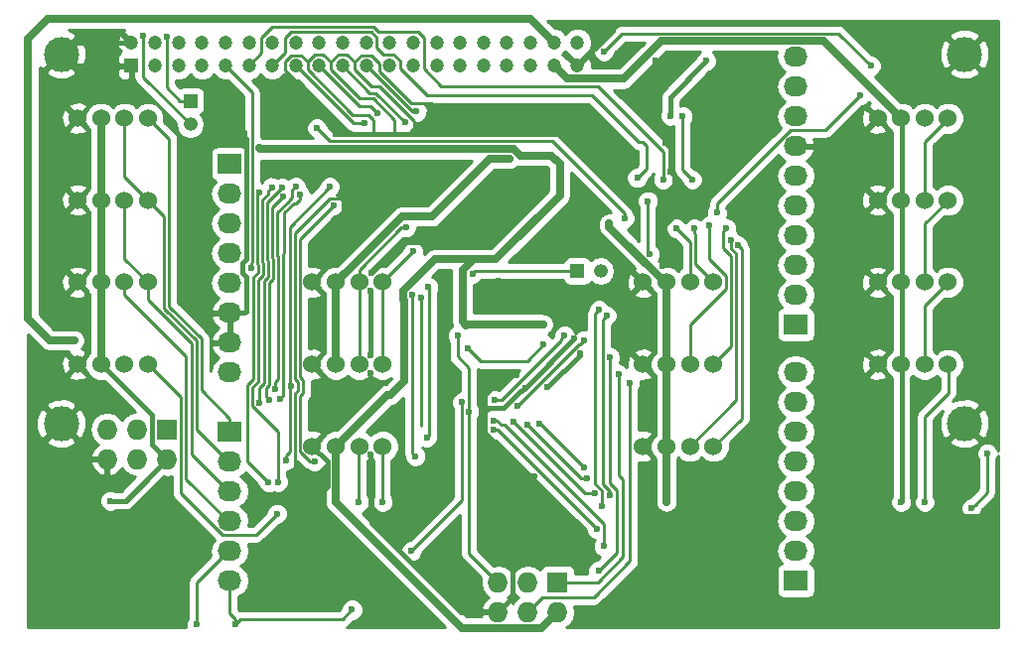
<source format=gbl>
G04 #@! TF.FileFunction,Copper,L2,Bot,Signal*
%FSLAX46Y46*%
G04 Gerber Fmt 4.6, Leading zero omitted, Abs format (unit mm)*
G04 Created by KiCad (PCBNEW 4.0.1-2.201512121406+6195~38~ubuntu15.04.1-stable) date Tue 15 Dec 2015 02:37:47 GMT*
%MOMM*%
G01*
G04 APERTURE LIST*
%ADD10C,0.100000*%
%ADD11C,1.524000*%
%ADD12C,3.000000*%
%ADD13R,2.032000X1.727200*%
%ADD14O,2.032000X1.727200*%
%ADD15R,1.727200X1.727200*%
%ADD16O,1.727200X1.727200*%
%ADD17R,1.200000X1.200000*%
%ADD18O,1.200000X1.200000*%
%ADD19C,1.200000*%
%ADD20C,0.600000*%
%ADD21C,0.381000*%
%ADD22C,0.254000*%
%ADD23C,0.635000*%
G04 APERTURE END LIST*
D10*
D11*
X179600000Y-80460000D03*
X177600000Y-80460000D03*
X175600000Y-80460000D03*
X173600000Y-80460000D03*
X179600000Y-66460000D03*
X177600000Y-66460000D03*
X175600000Y-66460000D03*
X173600000Y-66460000D03*
X179600000Y-59460000D03*
X177600000Y-59460000D03*
X175600000Y-59460000D03*
X173600000Y-59460000D03*
X131400000Y-87460000D03*
X129400000Y-87460000D03*
X127400000Y-87460000D03*
X125400000Y-87460000D03*
X111400000Y-66460000D03*
X109400000Y-66460000D03*
X107400000Y-66460000D03*
X105400000Y-66460000D03*
X179600000Y-73460000D03*
X177600000Y-73460000D03*
X175600000Y-73460000D03*
X173600000Y-73460000D03*
X111400000Y-80460000D03*
X109400000Y-80460000D03*
X107400000Y-80460000D03*
X105400000Y-80460000D03*
X111400000Y-73460000D03*
X109400000Y-73460000D03*
X107400000Y-73460000D03*
X105400000Y-73460000D03*
X159600000Y-87460000D03*
X157600000Y-87460000D03*
X155600000Y-87460000D03*
X153600000Y-87460000D03*
X131400000Y-80460000D03*
X129400000Y-80460000D03*
X127400000Y-80460000D03*
X125400000Y-80460000D03*
D12*
X181000000Y-85500000D03*
X104000000Y-85500000D03*
X181000000Y-54000000D03*
D13*
X118370000Y-63360000D03*
D14*
X118370000Y-65900000D03*
X118370000Y-68440000D03*
X118370000Y-70980000D03*
X118370000Y-73520000D03*
X118370000Y-76060000D03*
X118370000Y-78600000D03*
X118370000Y-81140000D03*
D13*
X118370000Y-86220000D03*
D14*
X118370000Y-88760000D03*
X118370000Y-91300000D03*
X118370000Y-93840000D03*
X118370000Y-96380000D03*
X118370000Y-98920000D03*
D15*
X146310000Y-99047000D03*
D16*
X146310000Y-101587000D03*
X143770000Y-99047000D03*
X143770000Y-101587000D03*
X141230000Y-99047000D03*
X141230000Y-101587000D03*
D13*
X166630000Y-77076000D03*
D14*
X166630000Y-74536000D03*
X166630000Y-71996000D03*
X166630000Y-69456000D03*
X166630000Y-66916000D03*
X166630000Y-64376000D03*
X166630000Y-61836000D03*
X166630000Y-59296000D03*
X166630000Y-56756000D03*
X166630000Y-54216000D03*
D13*
X166630000Y-98920000D03*
D14*
X166630000Y-96380000D03*
X166630000Y-93840000D03*
X166630000Y-91300000D03*
X166630000Y-88760000D03*
X166630000Y-86220000D03*
X166630000Y-83680000D03*
X166630000Y-81140000D03*
D12*
X104000000Y-54000000D03*
D15*
X113000000Y-86000000D03*
D16*
X113000000Y-88540000D03*
X110460000Y-86000000D03*
X110460000Y-88540000D03*
X107920000Y-86000000D03*
X107920000Y-88540000D03*
D11*
X111400000Y-59460000D03*
X109400000Y-59460000D03*
X107400000Y-59460000D03*
X105400000Y-59460000D03*
X159600000Y-80460000D03*
X157600000Y-80460000D03*
X155600000Y-80460000D03*
X153600000Y-80460000D03*
X159600000Y-73460000D03*
X157600000Y-73460000D03*
X155600000Y-73460000D03*
X153600000Y-73460000D03*
X131400000Y-73460000D03*
X129400000Y-73460000D03*
X127400000Y-73460000D03*
X125400000Y-73460000D03*
D17*
X147990000Y-72500000D03*
D18*
X149990000Y-72500000D03*
D17*
X115000000Y-58000000D03*
D18*
X115000000Y-60000000D03*
D17*
X110000000Y-55000000D03*
D19*
X110000000Y-53000000D03*
X120000000Y-55000000D03*
X112000000Y-53000000D03*
X122000000Y-55000000D03*
X114000000Y-53000000D03*
X124000000Y-55000000D03*
X116000000Y-53000000D03*
X126000000Y-55000000D03*
X118000000Y-53000000D03*
X128000000Y-55000000D03*
X120000000Y-53000000D03*
X130000000Y-55000000D03*
X122000000Y-53000000D03*
X132000000Y-55000000D03*
X124000000Y-53000000D03*
X134000000Y-55000000D03*
X126000000Y-53000000D03*
X136000000Y-55000000D03*
X128000000Y-53000000D03*
X138000000Y-55000000D03*
X130000000Y-53000000D03*
X140000000Y-55000000D03*
X132000000Y-53000000D03*
X134000000Y-53000000D03*
X142000000Y-55000000D03*
X136000000Y-53000000D03*
X140000000Y-53000000D03*
X142000000Y-53000000D03*
X144000000Y-53000000D03*
X146000000Y-53000000D03*
X144000000Y-55000000D03*
X146000000Y-55000000D03*
X112000000Y-55000000D03*
X114000000Y-55000000D03*
X116000000Y-55000000D03*
X118000000Y-55000000D03*
X148000000Y-55000000D03*
X148000000Y-53000000D03*
X138000000Y-53000000D03*
D20*
X130399999Y-88192876D03*
X164255068Y-58582626D03*
X151000000Y-51900000D03*
X182700000Y-93000000D03*
X119644801Y-60719844D03*
X150250000Y-60300000D03*
X134700000Y-74800000D03*
X128300000Y-69300000D03*
X130400000Y-81200000D03*
X130452754Y-72660104D03*
X137090614Y-69975282D03*
X137100000Y-60795180D03*
X127387272Y-60828659D03*
X144543734Y-60795180D03*
X155223222Y-72097663D03*
X162070000Y-57730000D03*
X154675736Y-54550000D03*
X155977573Y-64027573D03*
X147700000Y-78280000D03*
X143540000Y-82440000D03*
X119530000Y-101360000D03*
X130470000Y-92188960D03*
X130400001Y-79727124D03*
X130400001Y-74192876D03*
X154429152Y-91964821D03*
X142413393Y-67656377D03*
X144338833Y-64880632D03*
X104700000Y-92000000D03*
X142825000Y-81350000D03*
X144300000Y-90050000D03*
X142450000Y-93300000D03*
X155500000Y-61550000D03*
X173600000Y-92200000D03*
X125400000Y-92200000D03*
X141310000Y-73370000D03*
X139600000Y-75050000D03*
X150079823Y-56095301D03*
X120900000Y-62000000D03*
X126100000Y-62100000D03*
X145813491Y-62667845D03*
X145090000Y-77040000D03*
X138500000Y-77130000D03*
X108200000Y-92100000D03*
X175600000Y-92200000D03*
X127400000Y-92200000D03*
X148230835Y-79481290D03*
X145470524Y-82415295D03*
X135887820Y-67546510D03*
X129990000Y-70900000D03*
X150725000Y-68450000D03*
X142250000Y-62920000D03*
X155600000Y-92200000D03*
X181600875Y-92731680D03*
X137800000Y-77985000D03*
X138761131Y-84490000D03*
X182950000Y-88050000D03*
X148565000Y-89295000D03*
X144750000Y-85550000D03*
X177600000Y-92200000D03*
X138684463Y-79062802D03*
X145125000Y-78750000D03*
X105100000Y-78400000D03*
X155316970Y-64667190D03*
X153100000Y-64550000D03*
X129900000Y-59900000D03*
X130994992Y-59050336D03*
X133300000Y-59800000D03*
X134300000Y-58900000D03*
X150268320Y-53761941D03*
X173000000Y-55000000D03*
X172100000Y-57531680D03*
X125800000Y-60290000D03*
X159900000Y-67525000D03*
X152000000Y-68000000D03*
X120172505Y-72269689D03*
X139046419Y-72715398D03*
X120905951Y-83742656D03*
X122789430Y-65400000D03*
X121764074Y-83495206D03*
X122887929Y-66172893D03*
X122259628Y-82604821D03*
X123999051Y-65284556D03*
X122654515Y-83379769D03*
X124343825Y-65981781D03*
X148843369Y-90172188D03*
X143750000Y-85600000D03*
X152500000Y-82025000D03*
X151500000Y-81300000D03*
X149800000Y-98100000D03*
X150800000Y-79850000D03*
X142871129Y-83970002D03*
X148528478Y-78416669D03*
X115550000Y-102650000D03*
X128800000Y-101400000D03*
X133860000Y-96380000D03*
X138156311Y-83695000D03*
X140937761Y-83499820D03*
X146913762Y-78021092D03*
X118850000Y-102600000D03*
X140831971Y-85248406D03*
X121679918Y-90530082D03*
X120880000Y-65840000D03*
X150250000Y-95975000D03*
X140860254Y-86025703D03*
X121971265Y-65339107D03*
X122494418Y-90489912D03*
X149637500Y-94487500D03*
X142521419Y-85348693D03*
X149477812Y-91463813D03*
X135200000Y-86700000D03*
X135307188Y-73877709D03*
X129390000Y-92220000D03*
X125594788Y-88731464D03*
X131400000Y-92200000D03*
X127200000Y-66904820D03*
X154189607Y-71064048D03*
X154020000Y-66530000D03*
X156990000Y-59322198D03*
X157800000Y-64700000D03*
X112975000Y-52500000D03*
X111000000Y-52400000D03*
X149842595Y-75832738D03*
X150099948Y-92569948D03*
X150795180Y-91660000D03*
X150489714Y-76299871D03*
X161689869Y-70324133D03*
X161067850Y-69857139D03*
X160700000Y-68850000D03*
X159222336Y-68632321D03*
X157952520Y-68869621D03*
X156444022Y-68869647D03*
X134000000Y-70800000D03*
X133383856Y-68783856D03*
X122400000Y-93200000D03*
X134200000Y-88300000D03*
X133934779Y-74560617D03*
X123186756Y-88619979D03*
X123600000Y-82300000D03*
X126900000Y-65300000D03*
X158995040Y-54581000D03*
X155940000Y-59260000D03*
D21*
X130399999Y-88500000D02*
X130399999Y-92118959D01*
X130399999Y-88192876D02*
X130399999Y-88500000D01*
X130399999Y-92118959D02*
X130470000Y-92188960D01*
D22*
X127800000Y-66300000D02*
X128000000Y-66500000D01*
X126900000Y-66300000D02*
X127800000Y-66300000D01*
X123901388Y-69298612D02*
X126900000Y-66300000D01*
X123901388Y-81706280D02*
X123901388Y-69298612D01*
X124204802Y-82009694D02*
X123901388Y-81706280D01*
X123901388Y-82993720D02*
X124204802Y-82690306D01*
X125400000Y-92200000D02*
X123901388Y-90701388D01*
X124204802Y-82690306D02*
X124204802Y-82009694D01*
X128000000Y-66500000D02*
X128000000Y-69300000D01*
X123901388Y-90701388D02*
X123901388Y-82993720D01*
X162070000Y-57730000D02*
X163402442Y-57730000D01*
X163402442Y-57730000D02*
X164255068Y-58582626D01*
D21*
X148000000Y-55000000D02*
X151000000Y-52000000D01*
X151000000Y-52000000D02*
X151000000Y-51900000D01*
X119644801Y-60719844D02*
X119644801Y-61144108D01*
X119644801Y-61144108D02*
X119754310Y-61253617D01*
X119754310Y-61253617D02*
X119754310Y-71490273D01*
X119754310Y-71490273D02*
X119421699Y-71822884D01*
X119421699Y-71822884D02*
X119421699Y-72677116D01*
X119640000Y-76060000D02*
X118370000Y-76060000D01*
X119421699Y-72677116D02*
X119767000Y-73022417D01*
X119767000Y-73022417D02*
X119767000Y-75933000D01*
X119767000Y-75933000D02*
X119640000Y-76060000D01*
X118370000Y-76060000D02*
X118340000Y-76060000D01*
X180968604Y-93400000D02*
X182300000Y-93400000D01*
X182300000Y-93400000D02*
X182700000Y-93000000D01*
X174800000Y-93400000D02*
X180968604Y-93400000D01*
X173600000Y-92200000D02*
X174800000Y-93400000D01*
X106161999Y-79698001D02*
X106161999Y-74221999D01*
X105400000Y-80460000D02*
X106161999Y-79698001D01*
X106161999Y-74221999D02*
X105400000Y-73460000D01*
D22*
X135500000Y-58200000D02*
X135800000Y-58500000D01*
X131095199Y-55434305D02*
X133860894Y-58200000D01*
X131095199Y-54756093D02*
X131095199Y-55434305D01*
X130434305Y-54095199D02*
X131095199Y-54756093D01*
X135800000Y-58500000D02*
X135800000Y-60795180D01*
X129565695Y-54095199D02*
X130434305Y-54095199D01*
X133860894Y-58200000D02*
X135500000Y-58200000D01*
X129000000Y-54660894D02*
X129565695Y-54095199D01*
D21*
X149495180Y-60300000D02*
X149000000Y-60795180D01*
X149000000Y-60795180D02*
X144543734Y-60795180D01*
X150250000Y-60300000D02*
X149495180Y-60300000D01*
D22*
X125000000Y-54660894D02*
X125000000Y-55339106D01*
X125000000Y-55339106D02*
X128860894Y-59200000D01*
X128860894Y-59200000D02*
X130200000Y-59200000D01*
X134100000Y-59710672D02*
X134100000Y-60795180D01*
X131157751Y-56768423D02*
X134100000Y-59710672D01*
X130429317Y-56768423D02*
X131157751Y-56768423D01*
X129000000Y-54660894D02*
X129000000Y-55339106D01*
X129000000Y-55339106D02*
X130429317Y-56768423D01*
X127000000Y-54660894D02*
X127000000Y-55339106D01*
X127000000Y-55339106D02*
X129460894Y-57800000D01*
X129460894Y-57800000D02*
X130600000Y-57800000D01*
X130600000Y-57800000D02*
X132400000Y-59600000D01*
X132400000Y-59600000D02*
X132400000Y-60795180D01*
X130600000Y-59600000D02*
X130200000Y-59200000D01*
X130600000Y-60795180D02*
X130600000Y-59600000D01*
D21*
X130470000Y-92188960D02*
X130470000Y-93000000D01*
X130470000Y-93000000D02*
X130470000Y-93979088D01*
D22*
X134700000Y-74800000D02*
X134700000Y-85738866D01*
X128000000Y-69300000D02*
X128000000Y-70860000D01*
X128000000Y-69300000D02*
X128300000Y-69300000D01*
X128000000Y-70860000D02*
X125400000Y-73460000D01*
X123095199Y-55395199D02*
X127387272Y-59687272D01*
X127387272Y-59687272D02*
X127387272Y-60828659D01*
X123604801Y-54095199D02*
X123095199Y-54604801D01*
X123095199Y-54604801D02*
X123095199Y-55395199D01*
X125000000Y-54660894D02*
X124434305Y-54095199D01*
X124434305Y-54095199D02*
X123604801Y-54095199D01*
D21*
X137100000Y-60795180D02*
X135800000Y-60795180D01*
X135800000Y-60795180D02*
X134100000Y-60795180D01*
D22*
X127660894Y-54000000D02*
X128339106Y-54000000D01*
X128339106Y-54000000D02*
X129000000Y-54660894D01*
D21*
X134100000Y-60795180D02*
X132400000Y-60795180D01*
D22*
X125000000Y-54660894D02*
X125660894Y-54000000D01*
X125660894Y-54000000D02*
X126339106Y-54000000D01*
X126339106Y-54000000D02*
X127000000Y-54660894D01*
X127000000Y-54660894D02*
X127660894Y-54000000D01*
D21*
X130452754Y-72660104D02*
X133112858Y-70000000D01*
X137090614Y-69975282D02*
X136666350Y-69975282D01*
X136666350Y-69975282D02*
X136641632Y-70000000D01*
X136641632Y-70000000D02*
X133112858Y-70000000D01*
X140094488Y-69975282D02*
X137090614Y-69975282D01*
X142413393Y-67656377D02*
X140094488Y-69975282D01*
X130600000Y-60795180D02*
X128300000Y-60795180D01*
X132400000Y-60795180D02*
X130600000Y-60795180D01*
X144543734Y-60795180D02*
X137100000Y-60795180D01*
X128266521Y-60828659D02*
X127387272Y-60828659D01*
X128300000Y-60795180D02*
X128266521Y-60828659D01*
X155223222Y-68787283D02*
X155223222Y-72097663D01*
X155977573Y-64027573D02*
X156277572Y-64327572D01*
X156277572Y-67732933D02*
X155223222Y-68787283D01*
X156277572Y-64327572D02*
X156277572Y-67732933D01*
X155977573Y-62027573D02*
X155977573Y-64027573D01*
X155500000Y-61550000D02*
X155977573Y-62027573D01*
X138077912Y-101587000D02*
X141230000Y-101587000D01*
X130470000Y-93979088D02*
X138077912Y-101587000D01*
X140256777Y-84168121D02*
X140142073Y-84053417D01*
X143240001Y-82739999D02*
X143112046Y-82739999D01*
X143112046Y-82739999D02*
X141683924Y-84168121D01*
X141683924Y-84168121D02*
X140256777Y-84168121D01*
X141880327Y-81350000D02*
X142825000Y-81350000D01*
X140142073Y-84053417D02*
X140142073Y-83088254D01*
X140142073Y-83088254D02*
X141880327Y-81350000D01*
X144300000Y-90050000D02*
X143875736Y-90050000D01*
X143875736Y-90050000D02*
X140142073Y-86316337D01*
X140142073Y-86316337D02*
X140142073Y-84053417D01*
X143540000Y-82440000D02*
X147700000Y-78280000D01*
X143540000Y-82440000D02*
X143240001Y-82739999D01*
X123470000Y-101360000D02*
X125400000Y-99430000D01*
X125400000Y-99430000D02*
X125400000Y-92200000D01*
X119530000Y-101360000D02*
X123470000Y-101360000D01*
X130400001Y-74192876D02*
X130400001Y-79727124D01*
X154429152Y-88289152D02*
X154429152Y-91964821D01*
X153600000Y-87460000D02*
X154429152Y-88289152D01*
X144338833Y-65730937D02*
X142413393Y-67656377D01*
X144338833Y-64880632D02*
X144338833Y-65730937D01*
X126714190Y-88774190D02*
X126714190Y-90885810D01*
X125400000Y-87460000D02*
X126714190Y-88774190D01*
X126407376Y-81467376D02*
X125400000Y-80460000D01*
X126407376Y-74467376D02*
X125400000Y-73460000D01*
X125400000Y-80460000D02*
X126407376Y-79452624D01*
X125400000Y-87460000D02*
X126407376Y-86452624D01*
X126407376Y-86452624D02*
X126407376Y-81467376D01*
X126407376Y-79452624D02*
X126407376Y-74467376D01*
X126714190Y-90885810D02*
X125400000Y-92200000D01*
X110000000Y-55000000D02*
X105000000Y-55000000D01*
X105000000Y-55000000D02*
X104000000Y-54000000D01*
X110000000Y-53000000D02*
X105000000Y-53000000D01*
X105000000Y-53000000D02*
X104000000Y-54000000D01*
X102500000Y-89800000D02*
X102500000Y-87000000D01*
X104700000Y-92000000D02*
X102500000Y-89800000D01*
X102500000Y-87000000D02*
X104000000Y-85500000D01*
X153630000Y-87460000D02*
X153630000Y-87480000D01*
X153600000Y-80460000D02*
X153610000Y-80460000D01*
X153610000Y-80460000D02*
X154600000Y-81450000D01*
X154600000Y-86490000D02*
X153630000Y-87460000D01*
X154600000Y-81450000D02*
X154600000Y-86490000D01*
X153600000Y-73460000D02*
X153610000Y-73460000D01*
X153610000Y-73460000D02*
X154600000Y-74450000D01*
X154600000Y-79460000D02*
X153600000Y-80460000D01*
X154600000Y-74450000D02*
X154600000Y-79460000D01*
X173630000Y-66460000D02*
X173610000Y-66460000D01*
X173610000Y-66460000D02*
X172600000Y-65450000D01*
X172600000Y-60490000D02*
X173630000Y-59460000D01*
X172600000Y-65450000D02*
X172600000Y-60490000D01*
X173630000Y-73460000D02*
X173610000Y-73460000D01*
X173610000Y-73460000D02*
X172600000Y-72450000D01*
X172600000Y-67490000D02*
X173630000Y-66460000D01*
X172600000Y-72450000D02*
X172600000Y-67490000D01*
X173630000Y-80460000D02*
X173610000Y-80460000D01*
X173610000Y-80460000D02*
X172600000Y-79450000D01*
X172600000Y-74490000D02*
X173630000Y-73460000D01*
X172600000Y-79450000D02*
X172600000Y-74490000D01*
X173630000Y-80460000D02*
X173630000Y-80470000D01*
X173630000Y-80470000D02*
X172600000Y-81500000D01*
X172600000Y-91200000D02*
X173600000Y-92200000D01*
X172600000Y-81500000D02*
X172600000Y-91200000D01*
X125400000Y-73460000D02*
X125400000Y-73450000D01*
X153600000Y-73460000D02*
X153640000Y-73460000D01*
X142450000Y-93300000D02*
X142450000Y-98550000D01*
X142500000Y-100317000D02*
X141230000Y-101587000D01*
X142500000Y-98600000D02*
X142500000Y-100317000D01*
X142450000Y-98550000D02*
X142500000Y-98600000D01*
X104000000Y-85500000D02*
X102500000Y-87000000D01*
X142450000Y-91900000D02*
X142450000Y-93300000D01*
X144300000Y-90050000D02*
X142450000Y-91900000D01*
X125400000Y-87460000D02*
X125400000Y-87450000D01*
X105400000Y-80460000D02*
X105390000Y-80460000D01*
X105390000Y-80460000D02*
X102500000Y-83350000D01*
X102500000Y-84000000D02*
X104000000Y-85500000D01*
X102500000Y-83350000D02*
X102500000Y-84000000D01*
X105400000Y-66460000D02*
X105400000Y-66450000D01*
X105400000Y-66450000D02*
X104400000Y-65450000D01*
X104400000Y-60460000D02*
X105400000Y-59460000D01*
X104400000Y-65450000D02*
X104400000Y-60460000D01*
X105400000Y-59460000D02*
X105400000Y-59450000D01*
X105400000Y-59450000D02*
X104400000Y-58450000D01*
X104400000Y-58450000D02*
X104400000Y-57000000D01*
X104400000Y-57000000D02*
X105400000Y-56000000D01*
X105400000Y-73460000D02*
X105400000Y-73450000D01*
X105400000Y-73450000D02*
X104350000Y-72400000D01*
X104350000Y-67510000D02*
X105400000Y-66460000D01*
X104350000Y-72400000D02*
X104350000Y-67510000D01*
X105400000Y-56000000D02*
X105400000Y-55400000D01*
X105400000Y-55400000D02*
X104000000Y-54000000D01*
X153630000Y-80490000D02*
X153600000Y-80460000D01*
X105400000Y-80460000D02*
X105410000Y-80460000D01*
X139600000Y-75050000D02*
X139630000Y-75050000D01*
X139630000Y-75050000D02*
X141310000Y-73370000D01*
D23*
X122600000Y-62100000D02*
X121000000Y-62100000D01*
X121000000Y-62100000D02*
X120900000Y-62000000D01*
X139476084Y-71475810D02*
X135842540Y-71475810D01*
X133139478Y-74178872D02*
X133139478Y-74942362D01*
X133229699Y-81924782D02*
X132100559Y-83053922D01*
X133229699Y-75032583D02*
X133229699Y-81924782D01*
X132100559Y-83053922D02*
X131806078Y-83053922D01*
X131806078Y-83053922D02*
X127400000Y-87460000D01*
X133139478Y-74942362D02*
X133229699Y-75032583D01*
X135842540Y-71475810D02*
X133139478Y-74178872D01*
X126100000Y-62100000D02*
X122600000Y-62100000D01*
X126977046Y-62100000D02*
X126100000Y-62100000D01*
X126984238Y-62107192D02*
X126977046Y-62100000D01*
X142586678Y-62107192D02*
X126984238Y-62107192D01*
X145813491Y-62667845D02*
X143147331Y-62667845D01*
X143147331Y-62667845D02*
X142586678Y-62107192D01*
X168997085Y-52857085D02*
X175600000Y-59460000D01*
X155191606Y-52857085D02*
X168997085Y-52857085D01*
X150079823Y-56095301D02*
X151953390Y-56095301D01*
X151953390Y-56095301D02*
X155191606Y-52857085D01*
X127400000Y-87460000D02*
X127400000Y-92200000D01*
X107400000Y-66460000D02*
X107400000Y-73460000D01*
X107400000Y-59460000D02*
X107400000Y-66460000D01*
X138200001Y-76830001D02*
X138500000Y-77130000D01*
X139476084Y-71475810D02*
X139149299Y-71475810D01*
X138200001Y-72425108D02*
X138200001Y-76830001D01*
X139149299Y-71475810D02*
X138200001Y-72425108D01*
X139476084Y-71475810D02*
X141044073Y-71475810D01*
X145090000Y-77040000D02*
X138590000Y-77040000D01*
X138590000Y-77040000D02*
X138500000Y-77130000D01*
X146501215Y-66018668D02*
X146501215Y-63355569D01*
X141044073Y-71475810D02*
X146501215Y-66018668D01*
X146501215Y-63355569D02*
X145813491Y-62667845D01*
X150079823Y-56095301D02*
X147095301Y-56095301D01*
X144951099Y-102945901D02*
X146310000Y-101587000D01*
X107400000Y-73460000D02*
X107400000Y-80460000D01*
X147095301Y-56095301D02*
X146000000Y-55000000D01*
D21*
X108200000Y-92100000D02*
X109440000Y-92100000D01*
X109440000Y-92100000D02*
X113000000Y-88540000D01*
X109500000Y-92100000D02*
X113000000Y-88600000D01*
X108200000Y-92100000D02*
X109500000Y-92100000D01*
X113000000Y-88600000D02*
X113000000Y-88540000D01*
D22*
X175630000Y-73460000D02*
X175630000Y-80460000D01*
D21*
X113000000Y-88540000D02*
X113000000Y-88550000D01*
X107400000Y-80460000D02*
X107410000Y-80460000D01*
X107410000Y-80460000D02*
X111750000Y-84800000D01*
X111750000Y-84800000D02*
X111750000Y-87290000D01*
X111750000Y-87290000D02*
X113000000Y-88540000D01*
X175630000Y-92170000D02*
X175630000Y-87950000D01*
X175630000Y-87950000D02*
X175630000Y-73460000D01*
X175600000Y-92200000D02*
X175630000Y-92170000D01*
X175630000Y-73460000D02*
X175630000Y-66460000D01*
X175630000Y-66460000D02*
X175630000Y-59460000D01*
D23*
X127400000Y-92200000D02*
X138145901Y-102945901D01*
X138145901Y-102945901D02*
X144951099Y-102945901D01*
D21*
X145470524Y-82415295D02*
X148230835Y-79654984D01*
X148230835Y-79654984D02*
X148230835Y-79481290D01*
D23*
X128687301Y-72202699D02*
X129990000Y-70900000D01*
X129990000Y-70900000D02*
X133043491Y-67846509D01*
X140514330Y-62920000D02*
X142250000Y-62920000D01*
X135887820Y-67546510D02*
X140514330Y-62920000D01*
X135587821Y-67846509D02*
X135887820Y-67546510D01*
X133043491Y-67846509D02*
X135587821Y-67846509D01*
X128657301Y-72202699D02*
X128687301Y-72202699D01*
X127400000Y-73460000D02*
X128657301Y-72202699D01*
X155394148Y-73460000D02*
X155600000Y-73460000D01*
X150725000Y-68724194D02*
X150725000Y-68450000D01*
X155600000Y-73460000D02*
X155460806Y-73460000D01*
X155460806Y-73460000D02*
X150725000Y-68724194D01*
X155600000Y-87460000D02*
X155600000Y-92200000D01*
D21*
X155600000Y-87430000D02*
X155630000Y-87460000D01*
D23*
X155600000Y-80560000D02*
X155600000Y-87460000D01*
X155600000Y-73460000D02*
X155600000Y-80560000D01*
X127400000Y-80460000D02*
X127400000Y-73460000D01*
D22*
X182950000Y-91382555D02*
X181900874Y-92431681D01*
X182950000Y-88050000D02*
X182950000Y-91382555D01*
X181900874Y-92431681D02*
X181600875Y-92731680D01*
X137800000Y-77985000D02*
X137800000Y-79798307D01*
X137800000Y-79798307D02*
X138761131Y-80759438D01*
X138761131Y-80759438D02*
X138761131Y-84490000D01*
X138761131Y-96578131D02*
X138761131Y-84490000D01*
X141230000Y-99047000D02*
X138761131Y-96578131D01*
X144750000Y-85550000D02*
X144820000Y-85550000D01*
X144820000Y-85550000D02*
X148565000Y-89295000D01*
X179630000Y-82870000D02*
X179630000Y-80460000D01*
X177600000Y-84900000D02*
X179630000Y-82870000D01*
X177600000Y-92200000D02*
X177600000Y-84900000D01*
X177630000Y-80460000D02*
X177630000Y-75460000D01*
X177630000Y-75460000D02*
X179630000Y-73460000D01*
X177630000Y-73460000D02*
X177630000Y-68460000D01*
X177630000Y-68460000D02*
X179630000Y-66460000D01*
X177630000Y-66460000D02*
X177630000Y-61460000D01*
X177630000Y-61460000D02*
X179630000Y-59460000D01*
X138684463Y-79062802D02*
X139790000Y-80168339D01*
X143706661Y-80168339D02*
X145125000Y-78750000D01*
X139790000Y-80168339D02*
X143706661Y-80168339D01*
X118217600Y-63360000D02*
X118370000Y-63360000D01*
X115950000Y-82682400D02*
X118370000Y-85102400D01*
X113204689Y-75532164D02*
X115950000Y-78277475D01*
X115950000Y-78277475D02*
X115950000Y-82682400D01*
X113204689Y-61264689D02*
X113204689Y-75532164D01*
X111400000Y-59460000D02*
X113204689Y-61264689D01*
X118370000Y-85102400D02*
X118370000Y-86220000D01*
X115518189Y-86060589D02*
X115518189Y-78456336D01*
X118370000Y-88760000D02*
X118217600Y-88760000D01*
X115518189Y-78456336D02*
X112772878Y-75711025D01*
X112161999Y-67221999D02*
X111400000Y-66460000D01*
X112772878Y-67832878D02*
X112161999Y-67221999D01*
X118217600Y-88760000D02*
X115518189Y-86060589D01*
X112772878Y-75711025D02*
X112772878Y-67832878D01*
X109400000Y-59460000D02*
X109400000Y-64460000D01*
X109400000Y-64460000D02*
X111400000Y-66460000D01*
X111400000Y-74948819D02*
X111400000Y-74537630D01*
X115086378Y-78635197D02*
X111400000Y-74948819D01*
X118217600Y-91300000D02*
X115086378Y-88168778D01*
X111400000Y-74537630D02*
X111400000Y-73460000D01*
X118370000Y-91300000D02*
X118217600Y-91300000D01*
X115086378Y-88168778D02*
X115086378Y-78635197D01*
X109400000Y-66460000D02*
X109400000Y-71460000D01*
X109400000Y-71460000D02*
X111400000Y-73460000D01*
X114654567Y-90276967D02*
X114654567Y-79792197D01*
X118217600Y-93840000D02*
X114654567Y-90276967D01*
X109400000Y-74537630D02*
X109400000Y-73460000D01*
X118370000Y-93840000D02*
X118217600Y-93840000D01*
X114654567Y-79792197D02*
X109400000Y-74537630D01*
D23*
X144000000Y-51000000D02*
X146000000Y-53000000D01*
X101182499Y-76582499D02*
X103000000Y-78400000D01*
X103000000Y-78400000D02*
X105100000Y-78400000D01*
X142000000Y-51000000D02*
X144000000Y-51000000D01*
X142000000Y-51000000D02*
X102830098Y-51000000D01*
X102830098Y-51000000D02*
X101182499Y-52647599D01*
X101182499Y-52647599D02*
X101182499Y-76582499D01*
D22*
X134904801Y-55204801D02*
X136417612Y-56717612D01*
X134434305Y-52095199D02*
X134904801Y-52565695D01*
X121095199Y-53904801D02*
X121095199Y-52565695D01*
X120000000Y-55000000D02*
X121095199Y-53904801D01*
X121095199Y-52565695D02*
X121997506Y-51663388D01*
X130613166Y-51663388D02*
X131044977Y-52095199D01*
X134904801Y-52565695D02*
X134904801Y-55204801D01*
X155316970Y-62306298D02*
X155316970Y-64242926D01*
X136417612Y-56717612D02*
X149728284Y-56717612D01*
X121997506Y-51663388D02*
X130613166Y-51663388D01*
X155316970Y-64242926D02*
X155316970Y-64667190D01*
X131044977Y-52095199D02*
X134434305Y-52095199D01*
X149728284Y-56717612D02*
X155316970Y-62306298D01*
X153904801Y-63745199D02*
X153399999Y-64250001D01*
X153904801Y-61859695D02*
X153904801Y-63745199D01*
X153565305Y-61520199D02*
X153904801Y-61859695D01*
X149207377Y-57464876D02*
X153262700Y-61520199D01*
X132904801Y-55194129D02*
X135175548Y-57464876D01*
X132332503Y-53993397D02*
X132904801Y-54565695D01*
X130434305Y-52095199D02*
X130904801Y-52565695D01*
X130904801Y-52565695D02*
X130904801Y-53434305D01*
X130904801Y-53434305D02*
X131463893Y-53993397D01*
X123565695Y-52095199D02*
X130434305Y-52095199D01*
X123095199Y-52565695D02*
X123565695Y-52095199D01*
X131463893Y-53993397D02*
X132332503Y-53993397D01*
X153262700Y-61520199D02*
X153565305Y-61520199D01*
X123095199Y-53904801D02*
X123095199Y-52565695D01*
X122000000Y-55000000D02*
X123095199Y-53904801D01*
X132904801Y-54565695D02*
X132904801Y-55194129D01*
X153399999Y-64250001D02*
X153100000Y-64550000D01*
X135175548Y-57464876D02*
X149207377Y-57464876D01*
X124000000Y-55000000D02*
X128900000Y-59900000D01*
X128900000Y-59900000D02*
X129900000Y-59900000D01*
X129400000Y-58400000D02*
X130344656Y-58400000D01*
X130344656Y-58400000D02*
X130994992Y-59050336D01*
X126000000Y-55000000D02*
X129400000Y-58400000D01*
X128000000Y-55000000D02*
X130300000Y-57300000D01*
X130300000Y-57300000D02*
X130800000Y-57300000D01*
X130800000Y-57300000D02*
X133300000Y-59800000D01*
X130000000Y-55000000D02*
X133900000Y-58900000D01*
X133900000Y-58900000D02*
X134300000Y-58900000D01*
X173000000Y-55000000D02*
X170234774Y-52234774D01*
X150568319Y-53461942D02*
X150268320Y-53761941D01*
X151795487Y-52234774D02*
X150568319Y-53461942D01*
X170234774Y-52234774D02*
X151795487Y-52234774D01*
X159900000Y-66761219D02*
X166196809Y-60464410D01*
X171800001Y-57831679D02*
X172100000Y-57531680D01*
X169167270Y-60464410D02*
X171800001Y-57831679D01*
X166196809Y-60464410D02*
X169167270Y-60464410D01*
X159900000Y-67525000D02*
X159900000Y-66761219D01*
X127737157Y-61400000D02*
X127703678Y-61433479D01*
X126892388Y-61382388D02*
X125800000Y-60290000D01*
X127703678Y-61433479D02*
X127190605Y-61433479D01*
X145824264Y-61400000D02*
X127737157Y-61400000D01*
X152000000Y-68000000D02*
X152000000Y-67575736D01*
X152000000Y-67575736D02*
X145824264Y-61400000D01*
X127139514Y-61382388D02*
X126892388Y-61382388D01*
X127190605Y-61433479D02*
X127139514Y-61382388D01*
X120249621Y-57249621D02*
X118000000Y-55000000D01*
X120172505Y-72269689D02*
X120172505Y-71845425D01*
X120172505Y-71845425D02*
X120249621Y-71768309D01*
X120249621Y-71768309D02*
X120249621Y-57249621D01*
X139261817Y-72500000D02*
X139046419Y-72715398D01*
X147990000Y-72500000D02*
X139261817Y-72500000D01*
X120905951Y-82446133D02*
X120905951Y-83318392D01*
X122789430Y-65400000D02*
X122283128Y-65906302D01*
X122283128Y-65906302D02*
X122283128Y-65925359D01*
X120905951Y-83318392D02*
X120905951Y-83742656D01*
X121295198Y-73363209D02*
X121295198Y-82056886D01*
X121295198Y-82056886D02*
X120905951Y-82446133D01*
X121584266Y-71557816D02*
X121640947Y-71614497D01*
X122283128Y-65925359D02*
X121584266Y-66624221D01*
X121640947Y-73017460D02*
X121295198Y-73363209D01*
X121640947Y-71614497D02*
X121640947Y-73017460D01*
X121584266Y-66624221D02*
X121584266Y-71557816D01*
X121730823Y-73538256D02*
X121730823Y-82237169D01*
X121464075Y-83195207D02*
X121764074Y-83495206D01*
X122072758Y-71435636D02*
X122072758Y-73196321D01*
X122016077Y-67044745D02*
X122016077Y-71378955D01*
X122887929Y-66172893D02*
X122016077Y-67044745D01*
X122072758Y-73196321D02*
X121730823Y-73538256D01*
X122016077Y-71378955D02*
X122072758Y-71435636D01*
X121464075Y-82503917D02*
X121464075Y-83195207D01*
X121730823Y-82237169D02*
X121464075Y-82503917D01*
X123699052Y-66189826D02*
X123409121Y-66479757D01*
X122504569Y-71256775D02*
X122504569Y-81759230D01*
X123409121Y-66537973D02*
X122447888Y-67499206D01*
X122259628Y-82004171D02*
X122259628Y-82180557D01*
X123999051Y-65284556D02*
X123699052Y-65584555D01*
X123409121Y-66479757D02*
X123409121Y-66537973D01*
X122504569Y-81759230D02*
X122259628Y-82004171D01*
X122447888Y-67499206D02*
X122447888Y-71200094D01*
X122447888Y-71200094D02*
X122504569Y-71256775D01*
X122259628Y-82180557D02*
X122259628Y-82604821D01*
X123699052Y-65584555D02*
X123699052Y-66189826D01*
X122954514Y-83079770D02*
X122654515Y-83379769D01*
X124343825Y-65981781D02*
X124343825Y-66406045D01*
X122954514Y-71024142D02*
X122954514Y-83079770D01*
X124343825Y-66406045D02*
X124033036Y-66716834D01*
X124033036Y-66716834D02*
X123840932Y-66716834D01*
X123037766Y-67520000D02*
X123037766Y-70940890D01*
X123840932Y-66716834D02*
X123037766Y-67520000D01*
X123037766Y-70940890D02*
X122954514Y-71024142D01*
X148322188Y-90172188D02*
X148843369Y-90172188D01*
X143750000Y-85600000D02*
X148322188Y-90172188D01*
X149425000Y-100325000D02*
X152500000Y-97250000D01*
X152500000Y-97250000D02*
X152500000Y-82025000D01*
X143770000Y-101587000D02*
X143770000Y-101580000D01*
X145025000Y-100325000D02*
X149425000Y-100325000D01*
X143770000Y-101580000D02*
X145025000Y-100325000D01*
X151900000Y-96900000D02*
X149753000Y-99047000D01*
X149753000Y-99047000D02*
X146310000Y-99047000D01*
X151900000Y-90300000D02*
X151900000Y-96900000D01*
X151500000Y-89900000D02*
X151900000Y-90300000D01*
X151500000Y-81300000D02*
X151500000Y-89900000D01*
X151400000Y-91200000D02*
X151400000Y-96500000D01*
X151400000Y-96500000D02*
X149800000Y-98100000D01*
X150800000Y-90600000D02*
X151400000Y-91200000D01*
X150800000Y-79850000D02*
X150800000Y-90600000D01*
X148124463Y-78716668D02*
X142871129Y-83970002D01*
X148528478Y-78416669D02*
X148228479Y-78716668D01*
X148228479Y-78716668D02*
X148124463Y-78716668D01*
X115550000Y-102650000D02*
X115550000Y-99047600D01*
X115550000Y-99047600D02*
X118217600Y-96380000D01*
X118217600Y-96380000D02*
X118370000Y-96380000D01*
X128010000Y-102190000D02*
X128800000Y-101400000D01*
X128010000Y-102190000D02*
X119260000Y-102190000D01*
X119260000Y-102190000D02*
X118850000Y-102600000D01*
X138156311Y-83695000D02*
X138156311Y-92083689D01*
X138156311Y-92083689D02*
X133860000Y-96380000D01*
X146913762Y-78021092D02*
X146613763Y-78321091D01*
X146613763Y-78321091D02*
X146613763Y-78425763D01*
X146613763Y-78425763D02*
X141539706Y-83499820D01*
X141539706Y-83499820D02*
X140937761Y-83499820D01*
X118850000Y-102600000D02*
X118850000Y-102175736D01*
X118850000Y-102175736D02*
X118370000Y-101695736D01*
X118370000Y-101695736D02*
X118370000Y-98920000D01*
X120398189Y-73038874D02*
X120398189Y-81732551D01*
X121379919Y-90230083D02*
X121679918Y-90530082D01*
X119869339Y-82261401D02*
X119869339Y-88719503D01*
X120777325Y-71972219D02*
X120777325Y-72659738D01*
X120681432Y-66038568D02*
X120681432Y-71876326D01*
X119869339Y-88719503D02*
X121379919Y-90230083D01*
X120777325Y-72659738D02*
X120398189Y-73038874D01*
X120880000Y-65840000D02*
X120681432Y-66038568D01*
X120398189Y-81732551D02*
X119869339Y-82261401D01*
X120681432Y-71876326D02*
X120777325Y-71972219D01*
X141153310Y-85248406D02*
X140831971Y-85248406D01*
X141545384Y-85640480D02*
X141153310Y-85248406D01*
X150250000Y-94100000D02*
X141790480Y-85640480D01*
X150250000Y-95975000D02*
X150250000Y-94100000D01*
X141790480Y-85640480D02*
X141545384Y-85640480D01*
X121671266Y-65639106D02*
X121971265Y-65339107D01*
X121209136Y-71793358D02*
X121152455Y-71736677D01*
X121209136Y-72838599D02*
X121209136Y-71793358D01*
X120830000Y-73217735D02*
X121209136Y-72838599D01*
X120830000Y-81911412D02*
X120830000Y-73217735D01*
X120301150Y-82440262D02*
X120830000Y-81911412D01*
X122494418Y-90489912D02*
X122494418Y-86226231D01*
X121152455Y-71736677D02*
X121152455Y-66445360D01*
X122494418Y-86226231D02*
X120301150Y-84032961D01*
X121671266Y-65926549D02*
X121671266Y-65639106D01*
X120301150Y-84032961D02*
X120301150Y-82440262D01*
X121152455Y-66445360D02*
X121671266Y-65926549D01*
X141175703Y-86025703D02*
X140860254Y-86025703D01*
X149637500Y-94487500D02*
X141175703Y-86025703D01*
X149477812Y-91463813D02*
X148636539Y-91463813D01*
X148636539Y-91463813D02*
X142521419Y-85348693D01*
X135354802Y-86345198D02*
X135354802Y-86545198D01*
X135354802Y-86545198D02*
X135200000Y-86700000D01*
X135354802Y-73925323D02*
X135354802Y-86345198D01*
X135307188Y-73877709D02*
X135354802Y-73925323D01*
X129390000Y-92220000D02*
X129390000Y-87470000D01*
X129390000Y-87470000D02*
X129400000Y-87460000D01*
X124636613Y-82869167D02*
X124333199Y-83172581D01*
X127200000Y-66904820D02*
X124333199Y-69771621D01*
X124636613Y-81830833D02*
X124636613Y-82869167D01*
X125162544Y-88731464D02*
X125170524Y-88731464D01*
X125170524Y-88731464D02*
X125594788Y-88731464D01*
X124333199Y-81527419D02*
X124636613Y-81830833D01*
X124333199Y-69771621D02*
X124333199Y-81527419D01*
X124333199Y-87902119D02*
X125162544Y-88731464D01*
X124333199Y-83172581D02*
X124333199Y-87902119D01*
X131400000Y-87460000D02*
X131400000Y-92200000D01*
X154020000Y-70894441D02*
X154189607Y-71064048D01*
X154020000Y-66530000D02*
X154020000Y-70894441D01*
X156990000Y-59322198D02*
X156990000Y-63890000D01*
X156990000Y-63890000D02*
X157800000Y-64700000D01*
X112975000Y-52500000D02*
X112975000Y-56829000D01*
X112975000Y-56829000D02*
X114146000Y-58000000D01*
X114146000Y-58000000D02*
X115000000Y-58000000D01*
X111000000Y-52400000D02*
X111000000Y-56000000D01*
X111000000Y-56000000D02*
X115000000Y-60000000D01*
X149542596Y-76132737D02*
X149842595Y-75832738D01*
X149542596Y-90673268D02*
X149542596Y-76132737D01*
X150099948Y-91230620D02*
X149542596Y-90673268D01*
X150099948Y-92569948D02*
X150099948Y-91230620D01*
X150795180Y-91315180D02*
X150795180Y-91660000D01*
X150189715Y-90709715D02*
X150795180Y-91315180D01*
X150189715Y-76599870D02*
X150189715Y-90709715D01*
X150489714Y-76299871D02*
X150189715Y-76599870D01*
X161989868Y-70624132D02*
X161689869Y-70324133D01*
X159600000Y-87460000D02*
X161989868Y-85070132D01*
X161989868Y-85070132D02*
X161989868Y-70624132D01*
X161549999Y-71057508D02*
X161067850Y-70575359D01*
X161549999Y-83510001D02*
X161549999Y-71057508D01*
X157600000Y-87460000D02*
X161549999Y-83510001D01*
X161067850Y-70575359D02*
X161067850Y-69857139D01*
X160400001Y-70518182D02*
X161098612Y-71216793D01*
X160400001Y-69149999D02*
X160400001Y-70518182D01*
X160700000Y-68850000D02*
X160400001Y-69149999D01*
X161098612Y-71216793D02*
X161098612Y-78961388D01*
X161098612Y-78961388D02*
X159600000Y-80460000D01*
X159222336Y-71503470D02*
X159222336Y-68632321D01*
X160666801Y-72947935D02*
X159222336Y-71503470D01*
X160666801Y-73972065D02*
X160666801Y-72947935D01*
X157600000Y-80460000D02*
X157600000Y-77038866D01*
X157600000Y-77038866D02*
X160666801Y-73972065D01*
X159600000Y-73460000D02*
X158046834Y-71906834D01*
X157952520Y-69293885D02*
X157952520Y-68869621D01*
X158046834Y-69388199D02*
X157952520Y-69293885D01*
X158046834Y-71906834D02*
X158046834Y-69388199D01*
X157600000Y-70025625D02*
X156444022Y-68869647D01*
X157600000Y-73460000D02*
X157600000Y-70025625D01*
X134000000Y-70800000D02*
X131400000Y-73400000D01*
X131400000Y-73400000D02*
X131400000Y-73460000D01*
X131400000Y-80460000D02*
X131400000Y-73460000D01*
X132998514Y-68783856D02*
X133383856Y-68783856D01*
X129400000Y-72382370D02*
X132998514Y-68783856D01*
X129400000Y-73460000D02*
X129400000Y-72382370D01*
X129400000Y-80460000D02*
X129400000Y-73460000D01*
X122400000Y-93200000D02*
X120591590Y-95008410D01*
X120591590Y-95008410D02*
X117733629Y-95008410D01*
X112161999Y-81221999D02*
X111400000Y-80460000D01*
X117733629Y-95008410D02*
X114168401Y-91443182D01*
X114168401Y-91443182D02*
X114168401Y-83228401D01*
X114168401Y-83228401D02*
X112161999Y-81221999D01*
X133934779Y-74560617D02*
X133934779Y-85300000D01*
X133934779Y-85300000D02*
X133934779Y-88034779D01*
X133934779Y-88034779D02*
X134200000Y-88300000D01*
X123186756Y-88195715D02*
X123186756Y-88619979D01*
X123469577Y-87912894D02*
X123186756Y-88195715D01*
X123469577Y-82300000D02*
X123469577Y-87912894D01*
X123469577Y-82300000D02*
X123600000Y-82300000D01*
X123469577Y-68730423D02*
X123469577Y-82300000D01*
X126900000Y-65300000D02*
X123469577Y-68730423D01*
D21*
X158995040Y-54581000D02*
X155940000Y-57636040D01*
X155940000Y-57636040D02*
X155940000Y-59260000D01*
D22*
G36*
X183873000Y-87835399D02*
X183743117Y-87521057D01*
X183480327Y-87257808D01*
X183136799Y-87115162D01*
X182764833Y-87114838D01*
X182421057Y-87256883D01*
X182157808Y-87519673D01*
X182015162Y-87863201D01*
X182014838Y-88235167D01*
X182156883Y-88578943D01*
X182188000Y-88610114D01*
X182188000Y-91066924D01*
X181458370Y-91796555D01*
X181415708Y-91796518D01*
X181071932Y-91938563D01*
X180808683Y-92201353D01*
X180666037Y-92544881D01*
X180665713Y-92916847D01*
X180807758Y-93260623D01*
X181070548Y-93523872D01*
X181414076Y-93666518D01*
X181786042Y-93666842D01*
X182129818Y-93524797D01*
X182393067Y-93262007D01*
X182535713Y-92918479D01*
X182535751Y-92874434D01*
X183488815Y-91921371D01*
X183653996Y-91674160D01*
X183659005Y-91648980D01*
X183712000Y-91382555D01*
X183712000Y-88610466D01*
X183742192Y-88580327D01*
X183873000Y-88265308D01*
X183873000Y-102873000D01*
X147074882Y-102873000D01*
X147369670Y-102676029D01*
X147694526Y-102189848D01*
X147808600Y-101616359D01*
X147808600Y-101557641D01*
X147714984Y-101087000D01*
X149425000Y-101087000D01*
X149716605Y-101028996D01*
X149963815Y-100863815D01*
X153038816Y-97788815D01*
X153161664Y-97604959D01*
X153203996Y-97541605D01*
X153262000Y-97250000D01*
X153262000Y-88822657D01*
X153392302Y-88869144D01*
X153947368Y-88841362D01*
X154331143Y-88682397D01*
X154400608Y-88440213D01*
X153600000Y-87639605D01*
X153585858Y-87653748D01*
X153406253Y-87474143D01*
X153420395Y-87460000D01*
X153406253Y-87445858D01*
X153585858Y-87266253D01*
X153600000Y-87280395D01*
X154400608Y-86479787D01*
X154331143Y-86237603D01*
X153807698Y-86050856D01*
X153262000Y-86078169D01*
X153262000Y-82585466D01*
X153292192Y-82555327D01*
X153434838Y-82211799D01*
X153435138Y-81867000D01*
X153947368Y-81841362D01*
X154331143Y-81682397D01*
X154400608Y-81440213D01*
X153600000Y-80639605D01*
X153585858Y-80653748D01*
X153406253Y-80474143D01*
X153420395Y-80460000D01*
X152619787Y-79659392D01*
X152377603Y-79728857D01*
X152190856Y-80252302D01*
X152212793Y-80690593D01*
X152030327Y-80507808D01*
X151686799Y-80365162D01*
X151598521Y-80365085D01*
X151734838Y-80036799D01*
X151735162Y-79664833D01*
X151658703Y-79479787D01*
X152799392Y-79479787D01*
X153600000Y-80280395D01*
X154400608Y-79479787D01*
X154331143Y-79237603D01*
X153807698Y-79050856D01*
X153252632Y-79078638D01*
X152868857Y-79237603D01*
X152799392Y-79479787D01*
X151658703Y-79479787D01*
X151593117Y-79321057D01*
X151330327Y-79057808D01*
X150986799Y-78915162D01*
X150951715Y-78915131D01*
X150951715Y-77120648D01*
X151018657Y-77092988D01*
X151281906Y-76830198D01*
X151424552Y-76486670D01*
X151424876Y-76114704D01*
X151282831Y-75770928D01*
X151020041Y-75507679D01*
X150676513Y-75365033D01*
X150661009Y-75365019D01*
X150635712Y-75303795D01*
X150372922Y-75040546D01*
X150029394Y-74897900D01*
X149657428Y-74897576D01*
X149313652Y-75039621D01*
X149050403Y-75302411D01*
X148907757Y-75645939D01*
X148907677Y-75737751D01*
X148838600Y-75841132D01*
X148780596Y-76132737D01*
X148780596Y-77508954D01*
X148715277Y-77481831D01*
X148343311Y-77481507D01*
X147999535Y-77623552D01*
X147830780Y-77792013D01*
X147706879Y-77492149D01*
X147444089Y-77228900D01*
X147100561Y-77086254D01*
X146728595Y-77085930D01*
X146384819Y-77227975D01*
X146121570Y-77490765D01*
X145978924Y-77834293D01*
X145978844Y-77926105D01*
X145909767Y-78029486D01*
X145904145Y-78057750D01*
X145829555Y-78132340D01*
X145655327Y-77957808D01*
X145496573Y-77891887D01*
X145528761Y-77870379D01*
X145618943Y-77833117D01*
X145688610Y-77763572D01*
X145763519Y-77713519D01*
X145813135Y-77639264D01*
X145882192Y-77570327D01*
X145919942Y-77479416D01*
X145969995Y-77404506D01*
X145987418Y-77316917D01*
X146024838Y-77226799D01*
X146024924Y-77128362D01*
X146042500Y-77040000D01*
X146025077Y-76952409D01*
X146025162Y-76854833D01*
X145987572Y-76763857D01*
X145969995Y-76675494D01*
X145920379Y-76601239D01*
X145883117Y-76511057D01*
X145813572Y-76441390D01*
X145763519Y-76366481D01*
X145689264Y-76316865D01*
X145620327Y-76247808D01*
X145529416Y-76210058D01*
X145454506Y-76160005D01*
X145366917Y-76142582D01*
X145276799Y-76105162D01*
X145178362Y-76105076D01*
X145090000Y-76087500D01*
X139152501Y-76087500D01*
X139152501Y-74440213D01*
X152799392Y-74440213D01*
X152868857Y-74682397D01*
X153392302Y-74869144D01*
X153947368Y-74841362D01*
X154331143Y-74682397D01*
X154400608Y-74440213D01*
X153600000Y-73639605D01*
X152799392Y-74440213D01*
X139152501Y-74440213D01*
X139152501Y-73650491D01*
X139231586Y-73650560D01*
X139575362Y-73508515D01*
X139822308Y-73262000D01*
X146773042Y-73262000D01*
X146786838Y-73335317D01*
X146925910Y-73551441D01*
X147138110Y-73696431D01*
X147390000Y-73747440D01*
X148590000Y-73747440D01*
X148825317Y-73703162D01*
X149041441Y-73564090D01*
X149143199Y-73415163D01*
X149517386Y-73665186D01*
X149990000Y-73759195D01*
X150462614Y-73665186D01*
X150863277Y-73397472D01*
X150960276Y-73252302D01*
X152190856Y-73252302D01*
X152218638Y-73807368D01*
X152377603Y-74191143D01*
X152619787Y-74260608D01*
X153420395Y-73460000D01*
X152619787Y-72659392D01*
X152377603Y-72728857D01*
X152190856Y-73252302D01*
X150960276Y-73252302D01*
X151130991Y-72996809D01*
X151225000Y-72524195D01*
X151225000Y-72475805D01*
X151130991Y-72003191D01*
X150863277Y-71602528D01*
X150462614Y-71334814D01*
X149990000Y-71240805D01*
X149517386Y-71334814D01*
X149142209Y-71585499D01*
X149054090Y-71448559D01*
X148841890Y-71303569D01*
X148590000Y-71252560D01*
X147390000Y-71252560D01*
X147154683Y-71296838D01*
X146938559Y-71435910D01*
X146793569Y-71648110D01*
X146775366Y-71738000D01*
X142128921Y-71738000D01*
X147174734Y-66692187D01*
X147381210Y-66383174D01*
X147453715Y-66018668D01*
X147453715Y-64107081D01*
X150861752Y-67515118D01*
X150813362Y-67515076D01*
X150725000Y-67497500D01*
X150637409Y-67514923D01*
X150539833Y-67514838D01*
X150448857Y-67552428D01*
X150360494Y-67570005D01*
X150286239Y-67619621D01*
X150196057Y-67656883D01*
X150126390Y-67726428D01*
X150051481Y-67776481D01*
X150001865Y-67850736D01*
X149932808Y-67919673D01*
X149895058Y-68010584D01*
X149845005Y-68085494D01*
X149827582Y-68173083D01*
X149790162Y-68263201D01*
X149790076Y-68361638D01*
X149772500Y-68450000D01*
X149772500Y-68724194D01*
X149845005Y-69088700D01*
X150051481Y-69397713D01*
X152884777Y-72231009D01*
X152868857Y-72237603D01*
X152799392Y-72479787D01*
X153600000Y-73280395D01*
X153614143Y-73266253D01*
X153793748Y-73445858D01*
X153779605Y-73460000D01*
X154305907Y-73986302D01*
X154414990Y-74250303D01*
X154647500Y-74483219D01*
X154647500Y-79436904D01*
X154416371Y-79667630D01*
X154305878Y-79933727D01*
X153779605Y-80460000D01*
X154305907Y-80986302D01*
X154414990Y-81250303D01*
X154647500Y-81483219D01*
X154647500Y-86436904D01*
X154416371Y-86667630D01*
X154305878Y-86933727D01*
X153779605Y-87460000D01*
X154305907Y-87986302D01*
X154414990Y-88250303D01*
X154647500Y-88483219D01*
X154647500Y-92200000D01*
X154664923Y-92287591D01*
X154664838Y-92385167D01*
X154702428Y-92476143D01*
X154720005Y-92564506D01*
X154769621Y-92638761D01*
X154806883Y-92728943D01*
X154876428Y-92798610D01*
X154926481Y-92873519D01*
X155000736Y-92923135D01*
X155069673Y-92992192D01*
X155160584Y-93029942D01*
X155235494Y-93079995D01*
X155323083Y-93097418D01*
X155413201Y-93134838D01*
X155511638Y-93134924D01*
X155600000Y-93152500D01*
X155687591Y-93135077D01*
X155785167Y-93135162D01*
X155876143Y-93097572D01*
X155964506Y-93079995D01*
X156038761Y-93030379D01*
X156128943Y-92993117D01*
X156198610Y-92923572D01*
X156273519Y-92873519D01*
X156323135Y-92799264D01*
X156392192Y-92730327D01*
X156429942Y-92639416D01*
X156479995Y-92564506D01*
X156497418Y-92476917D01*
X156534838Y-92386799D01*
X156534924Y-92288362D01*
X156552500Y-92200000D01*
X156552500Y-88483096D01*
X156600021Y-88435658D01*
X156807630Y-88643629D01*
X157320900Y-88856757D01*
X157876661Y-88857242D01*
X158390303Y-88645010D01*
X158600021Y-88435658D01*
X158807630Y-88643629D01*
X159320900Y-88856757D01*
X159876661Y-88857242D01*
X160390303Y-88645010D01*
X160783629Y-88252370D01*
X160996757Y-87739100D01*
X160997242Y-87183339D01*
X160984684Y-87152946D01*
X162528684Y-85608947D01*
X162644774Y-85435205D01*
X162693864Y-85361737D01*
X162751868Y-85070132D01*
X162751868Y-81140000D01*
X164946655Y-81140000D01*
X165060729Y-81713489D01*
X165385585Y-82199670D01*
X165700366Y-82410000D01*
X165385585Y-82620330D01*
X165060729Y-83106511D01*
X164946655Y-83680000D01*
X165060729Y-84253489D01*
X165385585Y-84739670D01*
X165700366Y-84950000D01*
X165385585Y-85160330D01*
X165060729Y-85646511D01*
X164946655Y-86220000D01*
X165060729Y-86793489D01*
X165385585Y-87279670D01*
X165700366Y-87490000D01*
X165385585Y-87700330D01*
X165060729Y-88186511D01*
X164946655Y-88760000D01*
X165060729Y-89333489D01*
X165385585Y-89819670D01*
X165700366Y-90030000D01*
X165385585Y-90240330D01*
X165060729Y-90726511D01*
X164946655Y-91300000D01*
X165060729Y-91873489D01*
X165385585Y-92359670D01*
X165700366Y-92570000D01*
X165385585Y-92780330D01*
X165060729Y-93266511D01*
X164946655Y-93840000D01*
X165060729Y-94413489D01*
X165385585Y-94899670D01*
X165700366Y-95110000D01*
X165385585Y-95320330D01*
X165060729Y-95806511D01*
X164946655Y-96380000D01*
X165060729Y-96953489D01*
X165385585Y-97439670D01*
X165399913Y-97449243D01*
X165378683Y-97453238D01*
X165162559Y-97592310D01*
X165017569Y-97804510D01*
X164966560Y-98056400D01*
X164966560Y-99783600D01*
X165010838Y-100018917D01*
X165149910Y-100235041D01*
X165362110Y-100380031D01*
X165614000Y-100431040D01*
X167646000Y-100431040D01*
X167881317Y-100386762D01*
X168097441Y-100247690D01*
X168242431Y-100035490D01*
X168293440Y-99783600D01*
X168293440Y-98056400D01*
X168249162Y-97821083D01*
X168110090Y-97604959D01*
X167897890Y-97459969D01*
X167856561Y-97451600D01*
X167874415Y-97439670D01*
X168199271Y-96953489D01*
X168313345Y-96380000D01*
X168199271Y-95806511D01*
X167874415Y-95320330D01*
X167559634Y-95110000D01*
X167874415Y-94899670D01*
X168199271Y-94413489D01*
X168313345Y-93840000D01*
X168199271Y-93266511D01*
X167874415Y-92780330D01*
X167559634Y-92570000D01*
X167874415Y-92359670D01*
X168199271Y-91873489D01*
X168313345Y-91300000D01*
X168199271Y-90726511D01*
X167874415Y-90240330D01*
X167559634Y-90030000D01*
X167874415Y-89819670D01*
X168199271Y-89333489D01*
X168313345Y-88760000D01*
X168199271Y-88186511D01*
X167874415Y-87700330D01*
X167559634Y-87490000D01*
X167874415Y-87279670D01*
X168199271Y-86793489D01*
X168313345Y-86220000D01*
X168199271Y-85646511D01*
X167874415Y-85160330D01*
X167559634Y-84950000D01*
X167874415Y-84739670D01*
X168199271Y-84253489D01*
X168313345Y-83680000D01*
X168199271Y-83106511D01*
X167874415Y-82620330D01*
X167559634Y-82410000D01*
X167874415Y-82199670D01*
X168199271Y-81713489D01*
X168253628Y-81440213D01*
X172799392Y-81440213D01*
X172868857Y-81682397D01*
X173392302Y-81869144D01*
X173947368Y-81841362D01*
X174331143Y-81682397D01*
X174400608Y-81440213D01*
X173600000Y-80639605D01*
X172799392Y-81440213D01*
X168253628Y-81440213D01*
X168313345Y-81140000D01*
X168199271Y-80566511D01*
X167989324Y-80252302D01*
X172190856Y-80252302D01*
X172218638Y-80807368D01*
X172377603Y-81191143D01*
X172619787Y-81260608D01*
X173420395Y-80460000D01*
X172619787Y-79659392D01*
X172377603Y-79728857D01*
X172190856Y-80252302D01*
X167989324Y-80252302D01*
X167874415Y-80080330D01*
X167388234Y-79755474D01*
X166814745Y-79641400D01*
X166445255Y-79641400D01*
X165871766Y-79755474D01*
X165385585Y-80080330D01*
X165060729Y-80566511D01*
X164946655Y-81140000D01*
X162751868Y-81140000D01*
X162751868Y-79479787D01*
X172799392Y-79479787D01*
X173600000Y-80280395D01*
X174400608Y-79479787D01*
X174331143Y-79237603D01*
X173807698Y-79050856D01*
X173252632Y-79078638D01*
X172868857Y-79237603D01*
X172799392Y-79479787D01*
X162751868Y-79479787D01*
X162751868Y-70624132D01*
X162693864Y-70332527D01*
X162624952Y-70229394D01*
X162625031Y-70138966D01*
X162482986Y-69795190D01*
X162220196Y-69531941D01*
X161888189Y-69394079D01*
X161860967Y-69328196D01*
X161615814Y-69082614D01*
X161634838Y-69036799D01*
X161635162Y-68664833D01*
X161493117Y-68321057D01*
X161230327Y-68057808D01*
X160886799Y-67915162D01*
X160750443Y-67915043D01*
X160834838Y-67711799D01*
X160835162Y-67339833D01*
X160707641Y-67031208D01*
X165188742Y-62550108D01*
X165279268Y-62738036D01*
X165695069Y-63109539D01*
X165385585Y-63316330D01*
X165060729Y-63802511D01*
X164946655Y-64376000D01*
X165060729Y-64949489D01*
X165385585Y-65435670D01*
X165700366Y-65646000D01*
X165385585Y-65856330D01*
X165060729Y-66342511D01*
X164946655Y-66916000D01*
X165060729Y-67489489D01*
X165385585Y-67975670D01*
X165700366Y-68186000D01*
X165385585Y-68396330D01*
X165060729Y-68882511D01*
X164946655Y-69456000D01*
X165060729Y-70029489D01*
X165385585Y-70515670D01*
X165700366Y-70726000D01*
X165385585Y-70936330D01*
X165060729Y-71422511D01*
X164946655Y-71996000D01*
X165060729Y-72569489D01*
X165385585Y-73055670D01*
X165700366Y-73266000D01*
X165385585Y-73476330D01*
X165060729Y-73962511D01*
X164946655Y-74536000D01*
X165060729Y-75109489D01*
X165385585Y-75595670D01*
X165399913Y-75605243D01*
X165378683Y-75609238D01*
X165162559Y-75748310D01*
X165017569Y-75960510D01*
X164966560Y-76212400D01*
X164966560Y-77939600D01*
X165010838Y-78174917D01*
X165149910Y-78391041D01*
X165362110Y-78536031D01*
X165614000Y-78587040D01*
X167646000Y-78587040D01*
X167881317Y-78542762D01*
X168097441Y-78403690D01*
X168242431Y-78191490D01*
X168293440Y-77939600D01*
X168293440Y-76212400D01*
X168249162Y-75977083D01*
X168110090Y-75760959D01*
X167897890Y-75615969D01*
X167856561Y-75607600D01*
X167874415Y-75595670D01*
X168199271Y-75109489D01*
X168313345Y-74536000D01*
X168294292Y-74440213D01*
X172799392Y-74440213D01*
X172868857Y-74682397D01*
X173392302Y-74869144D01*
X173947368Y-74841362D01*
X174331143Y-74682397D01*
X174400608Y-74440213D01*
X173600000Y-73639605D01*
X172799392Y-74440213D01*
X168294292Y-74440213D01*
X168199271Y-73962511D01*
X167874415Y-73476330D01*
X167559634Y-73266000D01*
X167580134Y-73252302D01*
X172190856Y-73252302D01*
X172218638Y-73807368D01*
X172377603Y-74191143D01*
X172619787Y-74260608D01*
X173420395Y-73460000D01*
X172619787Y-72659392D01*
X172377603Y-72728857D01*
X172190856Y-73252302D01*
X167580134Y-73252302D01*
X167874415Y-73055670D01*
X168199271Y-72569489D01*
X168217113Y-72479787D01*
X172799392Y-72479787D01*
X173600000Y-73280395D01*
X174400608Y-72479787D01*
X174331143Y-72237603D01*
X173807698Y-72050856D01*
X173252632Y-72078638D01*
X172868857Y-72237603D01*
X172799392Y-72479787D01*
X168217113Y-72479787D01*
X168313345Y-71996000D01*
X168199271Y-71422511D01*
X167874415Y-70936330D01*
X167559634Y-70726000D01*
X167874415Y-70515670D01*
X168199271Y-70029489D01*
X168313345Y-69456000D01*
X168199271Y-68882511D01*
X167874415Y-68396330D01*
X167559634Y-68186000D01*
X167874415Y-67975670D01*
X168199271Y-67489489D01*
X168209072Y-67440213D01*
X172799392Y-67440213D01*
X172868857Y-67682397D01*
X173392302Y-67869144D01*
X173947368Y-67841362D01*
X174331143Y-67682397D01*
X174400608Y-67440213D01*
X173600000Y-66639605D01*
X172799392Y-67440213D01*
X168209072Y-67440213D01*
X168313345Y-66916000D01*
X168199271Y-66342511D01*
X168138996Y-66252302D01*
X172190856Y-66252302D01*
X172218638Y-66807368D01*
X172377603Y-67191143D01*
X172619787Y-67260608D01*
X173420395Y-66460000D01*
X172619787Y-65659392D01*
X172377603Y-65728857D01*
X172190856Y-66252302D01*
X168138996Y-66252302D01*
X167874415Y-65856330D01*
X167559634Y-65646000D01*
X167808389Y-65479787D01*
X172799392Y-65479787D01*
X173600000Y-66280395D01*
X174400608Y-65479787D01*
X174331143Y-65237603D01*
X173807698Y-65050856D01*
X173252632Y-65078638D01*
X172868857Y-65237603D01*
X172799392Y-65479787D01*
X167808389Y-65479787D01*
X167874415Y-65435670D01*
X168199271Y-64949489D01*
X168313345Y-64376000D01*
X168199271Y-63802511D01*
X167874415Y-63316330D01*
X167564931Y-63109539D01*
X167980732Y-62738036D01*
X168234709Y-62210791D01*
X168237358Y-62195026D01*
X168116217Y-61963000D01*
X166757000Y-61963000D01*
X166757000Y-61983000D01*
X166503000Y-61983000D01*
X166503000Y-61963000D01*
X166483000Y-61963000D01*
X166483000Y-61709000D01*
X166503000Y-61709000D01*
X166503000Y-61689000D01*
X166757000Y-61689000D01*
X166757000Y-61709000D01*
X168116217Y-61709000D01*
X168237358Y-61476974D01*
X168234709Y-61461209D01*
X168121605Y-61226410D01*
X169167270Y-61226410D01*
X169458875Y-61168406D01*
X169706085Y-61003225D01*
X170269097Y-60440213D01*
X172799392Y-60440213D01*
X172868857Y-60682397D01*
X173392302Y-60869144D01*
X173947368Y-60841362D01*
X174331143Y-60682397D01*
X174400608Y-60440213D01*
X173600000Y-59639605D01*
X172799392Y-60440213D01*
X170269097Y-60440213D01*
X171457008Y-59252302D01*
X172190856Y-59252302D01*
X172218638Y-59807368D01*
X172377603Y-60191143D01*
X172619787Y-60260608D01*
X173420395Y-59460000D01*
X172619787Y-58659392D01*
X172377603Y-58728857D01*
X172190856Y-59252302D01*
X171457008Y-59252302D01*
X172242505Y-58466805D01*
X172285167Y-58466842D01*
X172628943Y-58324797D01*
X172873564Y-58080602D01*
X172983202Y-58190240D01*
X172868857Y-58237603D01*
X172799392Y-58479787D01*
X173600000Y-59280395D01*
X173614143Y-59266253D01*
X173793748Y-59445858D01*
X173779605Y-59460000D01*
X174305907Y-59986302D01*
X174414990Y-60250303D01*
X174804500Y-60640494D01*
X174804500Y-65280178D01*
X174416371Y-65667630D01*
X174305878Y-65933727D01*
X173779605Y-66460000D01*
X174305907Y-66986302D01*
X174414990Y-67250303D01*
X174804500Y-67640494D01*
X174804500Y-72280178D01*
X174416371Y-72667630D01*
X174305878Y-72933727D01*
X173779605Y-73460000D01*
X174305907Y-73986302D01*
X174414990Y-74250303D01*
X174804500Y-74640494D01*
X174804500Y-79280178D01*
X174416371Y-79667630D01*
X174305878Y-79933727D01*
X173779605Y-80460000D01*
X174305907Y-80986302D01*
X174414990Y-81250303D01*
X174804500Y-81640494D01*
X174804500Y-91677640D01*
X174665162Y-92013201D01*
X174664838Y-92385167D01*
X174806883Y-92728943D01*
X175069673Y-92992192D01*
X175413201Y-93134838D01*
X175785167Y-93135162D01*
X176128943Y-92993117D01*
X176392192Y-92730327D01*
X176534838Y-92386799D01*
X176535162Y-92014833D01*
X176455500Y-91822036D01*
X176455500Y-81579927D01*
X176600021Y-81435658D01*
X176807630Y-81643629D01*
X177320900Y-81856757D01*
X177876661Y-81857242D01*
X178390303Y-81645010D01*
X178600021Y-81435658D01*
X178807630Y-81643629D01*
X178868000Y-81668697D01*
X178868000Y-82554369D01*
X177061185Y-84361185D01*
X176896004Y-84608395D01*
X176838000Y-84900000D01*
X176838000Y-91639534D01*
X176807808Y-91669673D01*
X176665162Y-92013201D01*
X176664838Y-92385167D01*
X176806883Y-92728943D01*
X177069673Y-92992192D01*
X177413201Y-93134838D01*
X177785167Y-93135162D01*
X178128943Y-92993117D01*
X178392192Y-92730327D01*
X178534838Y-92386799D01*
X178535162Y-92014833D01*
X178393117Y-91671057D01*
X178362000Y-91639886D01*
X178362000Y-87013970D01*
X179665635Y-87013970D01*
X179825418Y-87332739D01*
X180616187Y-87642723D01*
X181465387Y-87626497D01*
X182174582Y-87332739D01*
X182334365Y-87013970D01*
X181000000Y-85679605D01*
X179665635Y-87013970D01*
X178362000Y-87013970D01*
X178362000Y-85215630D01*
X179112489Y-84465142D01*
X178857277Y-85116187D01*
X178873503Y-85965387D01*
X179167261Y-86674582D01*
X179486030Y-86834365D01*
X180820395Y-85500000D01*
X181179605Y-85500000D01*
X182513970Y-86834365D01*
X182832739Y-86674582D01*
X183142723Y-85883813D01*
X183126497Y-85034613D01*
X182832739Y-84325418D01*
X182513970Y-84165635D01*
X181179605Y-85500000D01*
X180820395Y-85500000D01*
X180806253Y-85485858D01*
X180985858Y-85306253D01*
X181000000Y-85320395D01*
X182334365Y-83986030D01*
X182174582Y-83667261D01*
X181383813Y-83357277D01*
X180534613Y-83373503D01*
X179970440Y-83607191D01*
X180168816Y-83408815D01*
X180333997Y-83161604D01*
X180392000Y-82870000D01*
X180392000Y-81643316D01*
X180783629Y-81252370D01*
X180996757Y-80739100D01*
X180997242Y-80183339D01*
X180785010Y-79669697D01*
X180392370Y-79276371D01*
X179879100Y-79063243D01*
X179323339Y-79062758D01*
X178809697Y-79274990D01*
X178599979Y-79484342D01*
X178392370Y-79276371D01*
X178392000Y-79276217D01*
X178392000Y-75775630D01*
X179313815Y-74853815D01*
X179320900Y-74856757D01*
X179876661Y-74857242D01*
X180390303Y-74645010D01*
X180783629Y-74252370D01*
X180996757Y-73739100D01*
X180997242Y-73183339D01*
X180785010Y-72669697D01*
X180392370Y-72276371D01*
X179879100Y-72063243D01*
X179323339Y-72062758D01*
X178809697Y-72274990D01*
X178599979Y-72484342D01*
X178392370Y-72276371D01*
X178392000Y-72276217D01*
X178392000Y-68775630D01*
X179313815Y-67853815D01*
X179320900Y-67856757D01*
X179876661Y-67857242D01*
X180390303Y-67645010D01*
X180783629Y-67252370D01*
X180996757Y-66739100D01*
X180997242Y-66183339D01*
X180785010Y-65669697D01*
X180392370Y-65276371D01*
X179879100Y-65063243D01*
X179323339Y-65062758D01*
X178809697Y-65274990D01*
X178599979Y-65484342D01*
X178392370Y-65276371D01*
X178392000Y-65276217D01*
X178392000Y-61775630D01*
X179313815Y-60853815D01*
X179320900Y-60856757D01*
X179876661Y-60857242D01*
X180390303Y-60645010D01*
X180783629Y-60252370D01*
X180996757Y-59739100D01*
X180997242Y-59183339D01*
X180785010Y-58669697D01*
X180392370Y-58276371D01*
X179879100Y-58063243D01*
X179323339Y-58062758D01*
X178809697Y-58274990D01*
X178599979Y-58484342D01*
X178392370Y-58276371D01*
X177879100Y-58063243D01*
X177323339Y-58062758D01*
X176809697Y-58274990D01*
X176599979Y-58484342D01*
X176392370Y-58276371D01*
X175879100Y-58063243D01*
X175549994Y-58062956D01*
X173352896Y-55865858D01*
X173528943Y-55793117D01*
X173792192Y-55530327D01*
X173798984Y-55513970D01*
X179665635Y-55513970D01*
X179825418Y-55832739D01*
X180616187Y-56142723D01*
X181465387Y-56126497D01*
X182174582Y-55832739D01*
X182334365Y-55513970D01*
X181000000Y-54179605D01*
X179665635Y-55513970D01*
X173798984Y-55513970D01*
X173934838Y-55186799D01*
X173935162Y-54814833D01*
X173793117Y-54471057D01*
X173530327Y-54207808D01*
X173186799Y-54065162D01*
X173142754Y-54065124D01*
X172693817Y-53616187D01*
X178857277Y-53616187D01*
X178873503Y-54465387D01*
X179167261Y-55174582D01*
X179486030Y-55334365D01*
X180820395Y-54000000D01*
X181179605Y-54000000D01*
X182513970Y-55334365D01*
X182832739Y-55174582D01*
X183142723Y-54383813D01*
X183126497Y-53534613D01*
X182832739Y-52825418D01*
X182513970Y-52665635D01*
X181179605Y-54000000D01*
X180820395Y-54000000D01*
X179486030Y-52665635D01*
X179167261Y-52825418D01*
X178857277Y-53616187D01*
X172693817Y-53616187D01*
X171563660Y-52486030D01*
X179665635Y-52486030D01*
X181000000Y-53820395D01*
X182334365Y-52486030D01*
X182174582Y-52167261D01*
X181383813Y-51857277D01*
X180534613Y-51873503D01*
X179825418Y-52167261D01*
X179665635Y-52486030D01*
X171563660Y-52486030D01*
X170773589Y-51695959D01*
X170724843Y-51663388D01*
X170526379Y-51530778D01*
X170234774Y-51472774D01*
X151795487Y-51472774D01*
X151503882Y-51530778D01*
X151452908Y-51564838D01*
X151256672Y-51695958D01*
X150125815Y-52826816D01*
X150083153Y-52826779D01*
X149739377Y-52968824D01*
X149476128Y-53231614D01*
X149333482Y-53575142D01*
X149333158Y-53947108D01*
X149475203Y-54290884D01*
X149737993Y-54554133D01*
X150081521Y-54696779D01*
X150453487Y-54697103D01*
X150797263Y-54555058D01*
X151060512Y-54292268D01*
X151203158Y-53948740D01*
X151203196Y-53904695D01*
X152111118Y-52996774D01*
X153704879Y-52996774D01*
X151558852Y-55142801D01*
X149246189Y-55142801D01*
X149217482Y-54678587D01*
X149088164Y-54366383D01*
X148862735Y-54316870D01*
X148179605Y-55000000D01*
X148193748Y-55014143D01*
X148065089Y-55142801D01*
X147934911Y-55142801D01*
X147806253Y-55014143D01*
X147820395Y-55000000D01*
X147137265Y-54316870D01*
X147060935Y-54333635D01*
X147047592Y-54301343D01*
X146746554Y-53999779D01*
X147000221Y-53746554D01*
X147299515Y-54046371D01*
X147333715Y-54060572D01*
X147316870Y-54137265D01*
X148000000Y-54820395D01*
X148683130Y-54137265D01*
X148666365Y-54060935D01*
X148698657Y-54047592D01*
X149046371Y-53700485D01*
X149234785Y-53246734D01*
X149235214Y-52755421D01*
X149047592Y-52301343D01*
X148700485Y-51953629D01*
X148246734Y-51765215D01*
X147755421Y-51764786D01*
X147301343Y-51952408D01*
X146999779Y-52253446D01*
X146700485Y-51953629D01*
X146246734Y-51765215D01*
X146112135Y-51765097D01*
X145474038Y-51127000D01*
X183873000Y-51127000D01*
X183873000Y-87835399D01*
X183873000Y-87835399D01*
G37*
X183873000Y-87835399D02*
X183743117Y-87521057D01*
X183480327Y-87257808D01*
X183136799Y-87115162D01*
X182764833Y-87114838D01*
X182421057Y-87256883D01*
X182157808Y-87519673D01*
X182015162Y-87863201D01*
X182014838Y-88235167D01*
X182156883Y-88578943D01*
X182188000Y-88610114D01*
X182188000Y-91066924D01*
X181458370Y-91796555D01*
X181415708Y-91796518D01*
X181071932Y-91938563D01*
X180808683Y-92201353D01*
X180666037Y-92544881D01*
X180665713Y-92916847D01*
X180807758Y-93260623D01*
X181070548Y-93523872D01*
X181414076Y-93666518D01*
X181786042Y-93666842D01*
X182129818Y-93524797D01*
X182393067Y-93262007D01*
X182535713Y-92918479D01*
X182535751Y-92874434D01*
X183488815Y-91921371D01*
X183653996Y-91674160D01*
X183659005Y-91648980D01*
X183712000Y-91382555D01*
X183712000Y-88610466D01*
X183742192Y-88580327D01*
X183873000Y-88265308D01*
X183873000Y-102873000D01*
X147074882Y-102873000D01*
X147369670Y-102676029D01*
X147694526Y-102189848D01*
X147808600Y-101616359D01*
X147808600Y-101557641D01*
X147714984Y-101087000D01*
X149425000Y-101087000D01*
X149716605Y-101028996D01*
X149963815Y-100863815D01*
X153038816Y-97788815D01*
X153161664Y-97604959D01*
X153203996Y-97541605D01*
X153262000Y-97250000D01*
X153262000Y-88822657D01*
X153392302Y-88869144D01*
X153947368Y-88841362D01*
X154331143Y-88682397D01*
X154400608Y-88440213D01*
X153600000Y-87639605D01*
X153585858Y-87653748D01*
X153406253Y-87474143D01*
X153420395Y-87460000D01*
X153406253Y-87445858D01*
X153585858Y-87266253D01*
X153600000Y-87280395D01*
X154400608Y-86479787D01*
X154331143Y-86237603D01*
X153807698Y-86050856D01*
X153262000Y-86078169D01*
X153262000Y-82585466D01*
X153292192Y-82555327D01*
X153434838Y-82211799D01*
X153435138Y-81867000D01*
X153947368Y-81841362D01*
X154331143Y-81682397D01*
X154400608Y-81440213D01*
X153600000Y-80639605D01*
X153585858Y-80653748D01*
X153406253Y-80474143D01*
X153420395Y-80460000D01*
X152619787Y-79659392D01*
X152377603Y-79728857D01*
X152190856Y-80252302D01*
X152212793Y-80690593D01*
X152030327Y-80507808D01*
X151686799Y-80365162D01*
X151598521Y-80365085D01*
X151734838Y-80036799D01*
X151735162Y-79664833D01*
X151658703Y-79479787D01*
X152799392Y-79479787D01*
X153600000Y-80280395D01*
X154400608Y-79479787D01*
X154331143Y-79237603D01*
X153807698Y-79050856D01*
X153252632Y-79078638D01*
X152868857Y-79237603D01*
X152799392Y-79479787D01*
X151658703Y-79479787D01*
X151593117Y-79321057D01*
X151330327Y-79057808D01*
X150986799Y-78915162D01*
X150951715Y-78915131D01*
X150951715Y-77120648D01*
X151018657Y-77092988D01*
X151281906Y-76830198D01*
X151424552Y-76486670D01*
X151424876Y-76114704D01*
X151282831Y-75770928D01*
X151020041Y-75507679D01*
X150676513Y-75365033D01*
X150661009Y-75365019D01*
X150635712Y-75303795D01*
X150372922Y-75040546D01*
X150029394Y-74897900D01*
X149657428Y-74897576D01*
X149313652Y-75039621D01*
X149050403Y-75302411D01*
X148907757Y-75645939D01*
X148907677Y-75737751D01*
X148838600Y-75841132D01*
X148780596Y-76132737D01*
X148780596Y-77508954D01*
X148715277Y-77481831D01*
X148343311Y-77481507D01*
X147999535Y-77623552D01*
X147830780Y-77792013D01*
X147706879Y-77492149D01*
X147444089Y-77228900D01*
X147100561Y-77086254D01*
X146728595Y-77085930D01*
X146384819Y-77227975D01*
X146121570Y-77490765D01*
X145978924Y-77834293D01*
X145978844Y-77926105D01*
X145909767Y-78029486D01*
X145904145Y-78057750D01*
X145829555Y-78132340D01*
X145655327Y-77957808D01*
X145496573Y-77891887D01*
X145528761Y-77870379D01*
X145618943Y-77833117D01*
X145688610Y-77763572D01*
X145763519Y-77713519D01*
X145813135Y-77639264D01*
X145882192Y-77570327D01*
X145919942Y-77479416D01*
X145969995Y-77404506D01*
X145987418Y-77316917D01*
X146024838Y-77226799D01*
X146024924Y-77128362D01*
X146042500Y-77040000D01*
X146025077Y-76952409D01*
X146025162Y-76854833D01*
X145987572Y-76763857D01*
X145969995Y-76675494D01*
X145920379Y-76601239D01*
X145883117Y-76511057D01*
X145813572Y-76441390D01*
X145763519Y-76366481D01*
X145689264Y-76316865D01*
X145620327Y-76247808D01*
X145529416Y-76210058D01*
X145454506Y-76160005D01*
X145366917Y-76142582D01*
X145276799Y-76105162D01*
X145178362Y-76105076D01*
X145090000Y-76087500D01*
X139152501Y-76087500D01*
X139152501Y-74440213D01*
X152799392Y-74440213D01*
X152868857Y-74682397D01*
X153392302Y-74869144D01*
X153947368Y-74841362D01*
X154331143Y-74682397D01*
X154400608Y-74440213D01*
X153600000Y-73639605D01*
X152799392Y-74440213D01*
X139152501Y-74440213D01*
X139152501Y-73650491D01*
X139231586Y-73650560D01*
X139575362Y-73508515D01*
X139822308Y-73262000D01*
X146773042Y-73262000D01*
X146786838Y-73335317D01*
X146925910Y-73551441D01*
X147138110Y-73696431D01*
X147390000Y-73747440D01*
X148590000Y-73747440D01*
X148825317Y-73703162D01*
X149041441Y-73564090D01*
X149143199Y-73415163D01*
X149517386Y-73665186D01*
X149990000Y-73759195D01*
X150462614Y-73665186D01*
X150863277Y-73397472D01*
X150960276Y-73252302D01*
X152190856Y-73252302D01*
X152218638Y-73807368D01*
X152377603Y-74191143D01*
X152619787Y-74260608D01*
X153420395Y-73460000D01*
X152619787Y-72659392D01*
X152377603Y-72728857D01*
X152190856Y-73252302D01*
X150960276Y-73252302D01*
X151130991Y-72996809D01*
X151225000Y-72524195D01*
X151225000Y-72475805D01*
X151130991Y-72003191D01*
X150863277Y-71602528D01*
X150462614Y-71334814D01*
X149990000Y-71240805D01*
X149517386Y-71334814D01*
X149142209Y-71585499D01*
X149054090Y-71448559D01*
X148841890Y-71303569D01*
X148590000Y-71252560D01*
X147390000Y-71252560D01*
X147154683Y-71296838D01*
X146938559Y-71435910D01*
X146793569Y-71648110D01*
X146775366Y-71738000D01*
X142128921Y-71738000D01*
X147174734Y-66692187D01*
X147381210Y-66383174D01*
X147453715Y-66018668D01*
X147453715Y-64107081D01*
X150861752Y-67515118D01*
X150813362Y-67515076D01*
X150725000Y-67497500D01*
X150637409Y-67514923D01*
X150539833Y-67514838D01*
X150448857Y-67552428D01*
X150360494Y-67570005D01*
X150286239Y-67619621D01*
X150196057Y-67656883D01*
X150126390Y-67726428D01*
X150051481Y-67776481D01*
X150001865Y-67850736D01*
X149932808Y-67919673D01*
X149895058Y-68010584D01*
X149845005Y-68085494D01*
X149827582Y-68173083D01*
X149790162Y-68263201D01*
X149790076Y-68361638D01*
X149772500Y-68450000D01*
X149772500Y-68724194D01*
X149845005Y-69088700D01*
X150051481Y-69397713D01*
X152884777Y-72231009D01*
X152868857Y-72237603D01*
X152799392Y-72479787D01*
X153600000Y-73280395D01*
X153614143Y-73266253D01*
X153793748Y-73445858D01*
X153779605Y-73460000D01*
X154305907Y-73986302D01*
X154414990Y-74250303D01*
X154647500Y-74483219D01*
X154647500Y-79436904D01*
X154416371Y-79667630D01*
X154305878Y-79933727D01*
X153779605Y-80460000D01*
X154305907Y-80986302D01*
X154414990Y-81250303D01*
X154647500Y-81483219D01*
X154647500Y-86436904D01*
X154416371Y-86667630D01*
X154305878Y-86933727D01*
X153779605Y-87460000D01*
X154305907Y-87986302D01*
X154414990Y-88250303D01*
X154647500Y-88483219D01*
X154647500Y-92200000D01*
X154664923Y-92287591D01*
X154664838Y-92385167D01*
X154702428Y-92476143D01*
X154720005Y-92564506D01*
X154769621Y-92638761D01*
X154806883Y-92728943D01*
X154876428Y-92798610D01*
X154926481Y-92873519D01*
X155000736Y-92923135D01*
X155069673Y-92992192D01*
X155160584Y-93029942D01*
X155235494Y-93079995D01*
X155323083Y-93097418D01*
X155413201Y-93134838D01*
X155511638Y-93134924D01*
X155600000Y-93152500D01*
X155687591Y-93135077D01*
X155785167Y-93135162D01*
X155876143Y-93097572D01*
X155964506Y-93079995D01*
X156038761Y-93030379D01*
X156128943Y-92993117D01*
X156198610Y-92923572D01*
X156273519Y-92873519D01*
X156323135Y-92799264D01*
X156392192Y-92730327D01*
X156429942Y-92639416D01*
X156479995Y-92564506D01*
X156497418Y-92476917D01*
X156534838Y-92386799D01*
X156534924Y-92288362D01*
X156552500Y-92200000D01*
X156552500Y-88483096D01*
X156600021Y-88435658D01*
X156807630Y-88643629D01*
X157320900Y-88856757D01*
X157876661Y-88857242D01*
X158390303Y-88645010D01*
X158600021Y-88435658D01*
X158807630Y-88643629D01*
X159320900Y-88856757D01*
X159876661Y-88857242D01*
X160390303Y-88645010D01*
X160783629Y-88252370D01*
X160996757Y-87739100D01*
X160997242Y-87183339D01*
X160984684Y-87152946D01*
X162528684Y-85608947D01*
X162644774Y-85435205D01*
X162693864Y-85361737D01*
X162751868Y-85070132D01*
X162751868Y-81140000D01*
X164946655Y-81140000D01*
X165060729Y-81713489D01*
X165385585Y-82199670D01*
X165700366Y-82410000D01*
X165385585Y-82620330D01*
X165060729Y-83106511D01*
X164946655Y-83680000D01*
X165060729Y-84253489D01*
X165385585Y-84739670D01*
X165700366Y-84950000D01*
X165385585Y-85160330D01*
X165060729Y-85646511D01*
X164946655Y-86220000D01*
X165060729Y-86793489D01*
X165385585Y-87279670D01*
X165700366Y-87490000D01*
X165385585Y-87700330D01*
X165060729Y-88186511D01*
X164946655Y-88760000D01*
X165060729Y-89333489D01*
X165385585Y-89819670D01*
X165700366Y-90030000D01*
X165385585Y-90240330D01*
X165060729Y-90726511D01*
X164946655Y-91300000D01*
X165060729Y-91873489D01*
X165385585Y-92359670D01*
X165700366Y-92570000D01*
X165385585Y-92780330D01*
X165060729Y-93266511D01*
X164946655Y-93840000D01*
X165060729Y-94413489D01*
X165385585Y-94899670D01*
X165700366Y-95110000D01*
X165385585Y-95320330D01*
X165060729Y-95806511D01*
X164946655Y-96380000D01*
X165060729Y-96953489D01*
X165385585Y-97439670D01*
X165399913Y-97449243D01*
X165378683Y-97453238D01*
X165162559Y-97592310D01*
X165017569Y-97804510D01*
X164966560Y-98056400D01*
X164966560Y-99783600D01*
X165010838Y-100018917D01*
X165149910Y-100235041D01*
X165362110Y-100380031D01*
X165614000Y-100431040D01*
X167646000Y-100431040D01*
X167881317Y-100386762D01*
X168097441Y-100247690D01*
X168242431Y-100035490D01*
X168293440Y-99783600D01*
X168293440Y-98056400D01*
X168249162Y-97821083D01*
X168110090Y-97604959D01*
X167897890Y-97459969D01*
X167856561Y-97451600D01*
X167874415Y-97439670D01*
X168199271Y-96953489D01*
X168313345Y-96380000D01*
X168199271Y-95806511D01*
X167874415Y-95320330D01*
X167559634Y-95110000D01*
X167874415Y-94899670D01*
X168199271Y-94413489D01*
X168313345Y-93840000D01*
X168199271Y-93266511D01*
X167874415Y-92780330D01*
X167559634Y-92570000D01*
X167874415Y-92359670D01*
X168199271Y-91873489D01*
X168313345Y-91300000D01*
X168199271Y-90726511D01*
X167874415Y-90240330D01*
X167559634Y-90030000D01*
X167874415Y-89819670D01*
X168199271Y-89333489D01*
X168313345Y-88760000D01*
X168199271Y-88186511D01*
X167874415Y-87700330D01*
X167559634Y-87490000D01*
X167874415Y-87279670D01*
X168199271Y-86793489D01*
X168313345Y-86220000D01*
X168199271Y-85646511D01*
X167874415Y-85160330D01*
X167559634Y-84950000D01*
X167874415Y-84739670D01*
X168199271Y-84253489D01*
X168313345Y-83680000D01*
X168199271Y-83106511D01*
X167874415Y-82620330D01*
X167559634Y-82410000D01*
X167874415Y-82199670D01*
X168199271Y-81713489D01*
X168253628Y-81440213D01*
X172799392Y-81440213D01*
X172868857Y-81682397D01*
X173392302Y-81869144D01*
X173947368Y-81841362D01*
X174331143Y-81682397D01*
X174400608Y-81440213D01*
X173600000Y-80639605D01*
X172799392Y-81440213D01*
X168253628Y-81440213D01*
X168313345Y-81140000D01*
X168199271Y-80566511D01*
X167989324Y-80252302D01*
X172190856Y-80252302D01*
X172218638Y-80807368D01*
X172377603Y-81191143D01*
X172619787Y-81260608D01*
X173420395Y-80460000D01*
X172619787Y-79659392D01*
X172377603Y-79728857D01*
X172190856Y-80252302D01*
X167989324Y-80252302D01*
X167874415Y-80080330D01*
X167388234Y-79755474D01*
X166814745Y-79641400D01*
X166445255Y-79641400D01*
X165871766Y-79755474D01*
X165385585Y-80080330D01*
X165060729Y-80566511D01*
X164946655Y-81140000D01*
X162751868Y-81140000D01*
X162751868Y-79479787D01*
X172799392Y-79479787D01*
X173600000Y-80280395D01*
X174400608Y-79479787D01*
X174331143Y-79237603D01*
X173807698Y-79050856D01*
X173252632Y-79078638D01*
X172868857Y-79237603D01*
X172799392Y-79479787D01*
X162751868Y-79479787D01*
X162751868Y-70624132D01*
X162693864Y-70332527D01*
X162624952Y-70229394D01*
X162625031Y-70138966D01*
X162482986Y-69795190D01*
X162220196Y-69531941D01*
X161888189Y-69394079D01*
X161860967Y-69328196D01*
X161615814Y-69082614D01*
X161634838Y-69036799D01*
X161635162Y-68664833D01*
X161493117Y-68321057D01*
X161230327Y-68057808D01*
X160886799Y-67915162D01*
X160750443Y-67915043D01*
X160834838Y-67711799D01*
X160835162Y-67339833D01*
X160707641Y-67031208D01*
X165188742Y-62550108D01*
X165279268Y-62738036D01*
X165695069Y-63109539D01*
X165385585Y-63316330D01*
X165060729Y-63802511D01*
X164946655Y-64376000D01*
X165060729Y-64949489D01*
X165385585Y-65435670D01*
X165700366Y-65646000D01*
X165385585Y-65856330D01*
X165060729Y-66342511D01*
X164946655Y-66916000D01*
X165060729Y-67489489D01*
X165385585Y-67975670D01*
X165700366Y-68186000D01*
X165385585Y-68396330D01*
X165060729Y-68882511D01*
X164946655Y-69456000D01*
X165060729Y-70029489D01*
X165385585Y-70515670D01*
X165700366Y-70726000D01*
X165385585Y-70936330D01*
X165060729Y-71422511D01*
X164946655Y-71996000D01*
X165060729Y-72569489D01*
X165385585Y-73055670D01*
X165700366Y-73266000D01*
X165385585Y-73476330D01*
X165060729Y-73962511D01*
X164946655Y-74536000D01*
X165060729Y-75109489D01*
X165385585Y-75595670D01*
X165399913Y-75605243D01*
X165378683Y-75609238D01*
X165162559Y-75748310D01*
X165017569Y-75960510D01*
X164966560Y-76212400D01*
X164966560Y-77939600D01*
X165010838Y-78174917D01*
X165149910Y-78391041D01*
X165362110Y-78536031D01*
X165614000Y-78587040D01*
X167646000Y-78587040D01*
X167881317Y-78542762D01*
X168097441Y-78403690D01*
X168242431Y-78191490D01*
X168293440Y-77939600D01*
X168293440Y-76212400D01*
X168249162Y-75977083D01*
X168110090Y-75760959D01*
X167897890Y-75615969D01*
X167856561Y-75607600D01*
X167874415Y-75595670D01*
X168199271Y-75109489D01*
X168313345Y-74536000D01*
X168294292Y-74440213D01*
X172799392Y-74440213D01*
X172868857Y-74682397D01*
X173392302Y-74869144D01*
X173947368Y-74841362D01*
X174331143Y-74682397D01*
X174400608Y-74440213D01*
X173600000Y-73639605D01*
X172799392Y-74440213D01*
X168294292Y-74440213D01*
X168199271Y-73962511D01*
X167874415Y-73476330D01*
X167559634Y-73266000D01*
X167580134Y-73252302D01*
X172190856Y-73252302D01*
X172218638Y-73807368D01*
X172377603Y-74191143D01*
X172619787Y-74260608D01*
X173420395Y-73460000D01*
X172619787Y-72659392D01*
X172377603Y-72728857D01*
X172190856Y-73252302D01*
X167580134Y-73252302D01*
X167874415Y-73055670D01*
X168199271Y-72569489D01*
X168217113Y-72479787D01*
X172799392Y-72479787D01*
X173600000Y-73280395D01*
X174400608Y-72479787D01*
X174331143Y-72237603D01*
X173807698Y-72050856D01*
X173252632Y-72078638D01*
X172868857Y-72237603D01*
X172799392Y-72479787D01*
X168217113Y-72479787D01*
X168313345Y-71996000D01*
X168199271Y-71422511D01*
X167874415Y-70936330D01*
X167559634Y-70726000D01*
X167874415Y-70515670D01*
X168199271Y-70029489D01*
X168313345Y-69456000D01*
X168199271Y-68882511D01*
X167874415Y-68396330D01*
X167559634Y-68186000D01*
X167874415Y-67975670D01*
X168199271Y-67489489D01*
X168209072Y-67440213D01*
X172799392Y-67440213D01*
X172868857Y-67682397D01*
X173392302Y-67869144D01*
X173947368Y-67841362D01*
X174331143Y-67682397D01*
X174400608Y-67440213D01*
X173600000Y-66639605D01*
X172799392Y-67440213D01*
X168209072Y-67440213D01*
X168313345Y-66916000D01*
X168199271Y-66342511D01*
X168138996Y-66252302D01*
X172190856Y-66252302D01*
X172218638Y-66807368D01*
X172377603Y-67191143D01*
X172619787Y-67260608D01*
X173420395Y-66460000D01*
X172619787Y-65659392D01*
X172377603Y-65728857D01*
X172190856Y-66252302D01*
X168138996Y-66252302D01*
X167874415Y-65856330D01*
X167559634Y-65646000D01*
X167808389Y-65479787D01*
X172799392Y-65479787D01*
X173600000Y-66280395D01*
X174400608Y-65479787D01*
X174331143Y-65237603D01*
X173807698Y-65050856D01*
X173252632Y-65078638D01*
X172868857Y-65237603D01*
X172799392Y-65479787D01*
X167808389Y-65479787D01*
X167874415Y-65435670D01*
X168199271Y-64949489D01*
X168313345Y-64376000D01*
X168199271Y-63802511D01*
X167874415Y-63316330D01*
X167564931Y-63109539D01*
X167980732Y-62738036D01*
X168234709Y-62210791D01*
X168237358Y-62195026D01*
X168116217Y-61963000D01*
X166757000Y-61963000D01*
X166757000Y-61983000D01*
X166503000Y-61983000D01*
X166503000Y-61963000D01*
X166483000Y-61963000D01*
X166483000Y-61709000D01*
X166503000Y-61709000D01*
X166503000Y-61689000D01*
X166757000Y-61689000D01*
X166757000Y-61709000D01*
X168116217Y-61709000D01*
X168237358Y-61476974D01*
X168234709Y-61461209D01*
X168121605Y-61226410D01*
X169167270Y-61226410D01*
X169458875Y-61168406D01*
X169706085Y-61003225D01*
X170269097Y-60440213D01*
X172799392Y-60440213D01*
X172868857Y-60682397D01*
X173392302Y-60869144D01*
X173947368Y-60841362D01*
X174331143Y-60682397D01*
X174400608Y-60440213D01*
X173600000Y-59639605D01*
X172799392Y-60440213D01*
X170269097Y-60440213D01*
X171457008Y-59252302D01*
X172190856Y-59252302D01*
X172218638Y-59807368D01*
X172377603Y-60191143D01*
X172619787Y-60260608D01*
X173420395Y-59460000D01*
X172619787Y-58659392D01*
X172377603Y-58728857D01*
X172190856Y-59252302D01*
X171457008Y-59252302D01*
X172242505Y-58466805D01*
X172285167Y-58466842D01*
X172628943Y-58324797D01*
X172873564Y-58080602D01*
X172983202Y-58190240D01*
X172868857Y-58237603D01*
X172799392Y-58479787D01*
X173600000Y-59280395D01*
X173614143Y-59266253D01*
X173793748Y-59445858D01*
X173779605Y-59460000D01*
X174305907Y-59986302D01*
X174414990Y-60250303D01*
X174804500Y-60640494D01*
X174804500Y-65280178D01*
X174416371Y-65667630D01*
X174305878Y-65933727D01*
X173779605Y-66460000D01*
X174305907Y-66986302D01*
X174414990Y-67250303D01*
X174804500Y-67640494D01*
X174804500Y-72280178D01*
X174416371Y-72667630D01*
X174305878Y-72933727D01*
X173779605Y-73460000D01*
X174305907Y-73986302D01*
X174414990Y-74250303D01*
X174804500Y-74640494D01*
X174804500Y-79280178D01*
X174416371Y-79667630D01*
X174305878Y-79933727D01*
X173779605Y-80460000D01*
X174305907Y-80986302D01*
X174414990Y-81250303D01*
X174804500Y-81640494D01*
X174804500Y-91677640D01*
X174665162Y-92013201D01*
X174664838Y-92385167D01*
X174806883Y-92728943D01*
X175069673Y-92992192D01*
X175413201Y-93134838D01*
X175785167Y-93135162D01*
X176128943Y-92993117D01*
X176392192Y-92730327D01*
X176534838Y-92386799D01*
X176535162Y-92014833D01*
X176455500Y-91822036D01*
X176455500Y-81579927D01*
X176600021Y-81435658D01*
X176807630Y-81643629D01*
X177320900Y-81856757D01*
X177876661Y-81857242D01*
X178390303Y-81645010D01*
X178600021Y-81435658D01*
X178807630Y-81643629D01*
X178868000Y-81668697D01*
X178868000Y-82554369D01*
X177061185Y-84361185D01*
X176896004Y-84608395D01*
X176838000Y-84900000D01*
X176838000Y-91639534D01*
X176807808Y-91669673D01*
X176665162Y-92013201D01*
X176664838Y-92385167D01*
X176806883Y-92728943D01*
X177069673Y-92992192D01*
X177413201Y-93134838D01*
X177785167Y-93135162D01*
X178128943Y-92993117D01*
X178392192Y-92730327D01*
X178534838Y-92386799D01*
X178535162Y-92014833D01*
X178393117Y-91671057D01*
X178362000Y-91639886D01*
X178362000Y-87013970D01*
X179665635Y-87013970D01*
X179825418Y-87332739D01*
X180616187Y-87642723D01*
X181465387Y-87626497D01*
X182174582Y-87332739D01*
X182334365Y-87013970D01*
X181000000Y-85679605D01*
X179665635Y-87013970D01*
X178362000Y-87013970D01*
X178362000Y-85215630D01*
X179112489Y-84465142D01*
X178857277Y-85116187D01*
X178873503Y-85965387D01*
X179167261Y-86674582D01*
X179486030Y-86834365D01*
X180820395Y-85500000D01*
X181179605Y-85500000D01*
X182513970Y-86834365D01*
X182832739Y-86674582D01*
X183142723Y-85883813D01*
X183126497Y-85034613D01*
X182832739Y-84325418D01*
X182513970Y-84165635D01*
X181179605Y-85500000D01*
X180820395Y-85500000D01*
X180806253Y-85485858D01*
X180985858Y-85306253D01*
X181000000Y-85320395D01*
X182334365Y-83986030D01*
X182174582Y-83667261D01*
X181383813Y-83357277D01*
X180534613Y-83373503D01*
X179970440Y-83607191D01*
X180168816Y-83408815D01*
X180333997Y-83161604D01*
X180392000Y-82870000D01*
X180392000Y-81643316D01*
X180783629Y-81252370D01*
X180996757Y-80739100D01*
X180997242Y-80183339D01*
X180785010Y-79669697D01*
X180392370Y-79276371D01*
X179879100Y-79063243D01*
X179323339Y-79062758D01*
X178809697Y-79274990D01*
X178599979Y-79484342D01*
X178392370Y-79276371D01*
X178392000Y-79276217D01*
X178392000Y-75775630D01*
X179313815Y-74853815D01*
X179320900Y-74856757D01*
X179876661Y-74857242D01*
X180390303Y-74645010D01*
X180783629Y-74252370D01*
X180996757Y-73739100D01*
X180997242Y-73183339D01*
X180785010Y-72669697D01*
X180392370Y-72276371D01*
X179879100Y-72063243D01*
X179323339Y-72062758D01*
X178809697Y-72274990D01*
X178599979Y-72484342D01*
X178392370Y-72276371D01*
X178392000Y-72276217D01*
X178392000Y-68775630D01*
X179313815Y-67853815D01*
X179320900Y-67856757D01*
X179876661Y-67857242D01*
X180390303Y-67645010D01*
X180783629Y-67252370D01*
X180996757Y-66739100D01*
X180997242Y-66183339D01*
X180785010Y-65669697D01*
X180392370Y-65276371D01*
X179879100Y-65063243D01*
X179323339Y-65062758D01*
X178809697Y-65274990D01*
X178599979Y-65484342D01*
X178392370Y-65276371D01*
X178392000Y-65276217D01*
X178392000Y-61775630D01*
X179313815Y-60853815D01*
X179320900Y-60856757D01*
X179876661Y-60857242D01*
X180390303Y-60645010D01*
X180783629Y-60252370D01*
X180996757Y-59739100D01*
X180997242Y-59183339D01*
X180785010Y-58669697D01*
X180392370Y-58276371D01*
X179879100Y-58063243D01*
X179323339Y-58062758D01*
X178809697Y-58274990D01*
X178599979Y-58484342D01*
X178392370Y-58276371D01*
X177879100Y-58063243D01*
X177323339Y-58062758D01*
X176809697Y-58274990D01*
X176599979Y-58484342D01*
X176392370Y-58276371D01*
X175879100Y-58063243D01*
X175549994Y-58062956D01*
X173352896Y-55865858D01*
X173528943Y-55793117D01*
X173792192Y-55530327D01*
X173798984Y-55513970D01*
X179665635Y-55513970D01*
X179825418Y-55832739D01*
X180616187Y-56142723D01*
X181465387Y-56126497D01*
X182174582Y-55832739D01*
X182334365Y-55513970D01*
X181000000Y-54179605D01*
X179665635Y-55513970D01*
X173798984Y-55513970D01*
X173934838Y-55186799D01*
X173935162Y-54814833D01*
X173793117Y-54471057D01*
X173530327Y-54207808D01*
X173186799Y-54065162D01*
X173142754Y-54065124D01*
X172693817Y-53616187D01*
X178857277Y-53616187D01*
X178873503Y-54465387D01*
X179167261Y-55174582D01*
X179486030Y-55334365D01*
X180820395Y-54000000D01*
X181179605Y-54000000D01*
X182513970Y-55334365D01*
X182832739Y-55174582D01*
X183142723Y-54383813D01*
X183126497Y-53534613D01*
X182832739Y-52825418D01*
X182513970Y-52665635D01*
X181179605Y-54000000D01*
X180820395Y-54000000D01*
X179486030Y-52665635D01*
X179167261Y-52825418D01*
X178857277Y-53616187D01*
X172693817Y-53616187D01*
X171563660Y-52486030D01*
X179665635Y-52486030D01*
X181000000Y-53820395D01*
X182334365Y-52486030D01*
X182174582Y-52167261D01*
X181383813Y-51857277D01*
X180534613Y-51873503D01*
X179825418Y-52167261D01*
X179665635Y-52486030D01*
X171563660Y-52486030D01*
X170773589Y-51695959D01*
X170724843Y-51663388D01*
X170526379Y-51530778D01*
X170234774Y-51472774D01*
X151795487Y-51472774D01*
X151503882Y-51530778D01*
X151452908Y-51564838D01*
X151256672Y-51695958D01*
X150125815Y-52826816D01*
X150083153Y-52826779D01*
X149739377Y-52968824D01*
X149476128Y-53231614D01*
X149333482Y-53575142D01*
X149333158Y-53947108D01*
X149475203Y-54290884D01*
X149737993Y-54554133D01*
X150081521Y-54696779D01*
X150453487Y-54697103D01*
X150797263Y-54555058D01*
X151060512Y-54292268D01*
X151203158Y-53948740D01*
X151203196Y-53904695D01*
X152111118Y-52996774D01*
X153704879Y-52996774D01*
X151558852Y-55142801D01*
X149246189Y-55142801D01*
X149217482Y-54678587D01*
X149088164Y-54366383D01*
X148862735Y-54316870D01*
X148179605Y-55000000D01*
X148193748Y-55014143D01*
X148065089Y-55142801D01*
X147934911Y-55142801D01*
X147806253Y-55014143D01*
X147820395Y-55000000D01*
X147137265Y-54316870D01*
X147060935Y-54333635D01*
X147047592Y-54301343D01*
X146746554Y-53999779D01*
X147000221Y-53746554D01*
X147299515Y-54046371D01*
X147333715Y-54060572D01*
X147316870Y-54137265D01*
X148000000Y-54820395D01*
X148683130Y-54137265D01*
X148666365Y-54060935D01*
X148698657Y-54047592D01*
X149046371Y-53700485D01*
X149234785Y-53246734D01*
X149235214Y-52755421D01*
X149047592Y-52301343D01*
X148700485Y-51953629D01*
X148246734Y-51765215D01*
X147755421Y-51764786D01*
X147301343Y-51952408D01*
X146999779Y-52253446D01*
X146700485Y-51953629D01*
X146246734Y-51765215D01*
X146112135Y-51765097D01*
X145474038Y-51127000D01*
X183873000Y-51127000D01*
X183873000Y-87835399D01*
G36*
X109316870Y-52137265D02*
X110000000Y-52820395D01*
X110014143Y-52806253D01*
X110193748Y-52985858D01*
X110179605Y-53000000D01*
X110193748Y-53014143D01*
X110014143Y-53193748D01*
X110000000Y-53179605D01*
X109985858Y-53193748D01*
X109806253Y-53014143D01*
X109820395Y-53000000D01*
X109137265Y-52316870D01*
X108911836Y-52366383D01*
X108752193Y-52831036D01*
X108782518Y-53321413D01*
X108911836Y-53633617D01*
X109137263Y-53683129D01*
X109021570Y-53798822D01*
X109071499Y-53848751D01*
X109040302Y-53861673D01*
X108861673Y-54040301D01*
X108765000Y-54273690D01*
X108765000Y-54714250D01*
X108923750Y-54873000D01*
X109873000Y-54873000D01*
X109873000Y-54853000D01*
X110127000Y-54853000D01*
X110127000Y-54873000D01*
X110147000Y-54873000D01*
X110147000Y-55127000D01*
X110127000Y-55127000D01*
X110127000Y-56076250D01*
X110284495Y-56233745D01*
X110296004Y-56291605D01*
X110426978Y-56487621D01*
X110461185Y-56538815D01*
X113770928Y-59848559D01*
X113740805Y-60000000D01*
X113834814Y-60472614D01*
X114102528Y-60873277D01*
X114503191Y-61140991D01*
X114975805Y-61235000D01*
X115024195Y-61235000D01*
X115496809Y-61140991D01*
X115897472Y-60873277D01*
X116165186Y-60472614D01*
X116259195Y-60000000D01*
X116165186Y-59527386D01*
X115914501Y-59152209D01*
X116051441Y-59064090D01*
X116196431Y-58851890D01*
X116247440Y-58600000D01*
X116247440Y-57400000D01*
X116203162Y-57164683D01*
X116064090Y-56948559D01*
X115851890Y-56803569D01*
X115600000Y-56752560D01*
X114400000Y-56752560D01*
X114164683Y-56796838D01*
X114076933Y-56853303D01*
X113737000Y-56513370D01*
X113737000Y-56228031D01*
X113753266Y-56234785D01*
X114244579Y-56235214D01*
X114698657Y-56047592D01*
X115000221Y-55746554D01*
X115299515Y-56046371D01*
X115753266Y-56234785D01*
X116244579Y-56235214D01*
X116698657Y-56047592D01*
X117000221Y-55746554D01*
X117299515Y-56046371D01*
X117753266Y-56234785D01*
X118157508Y-56235138D01*
X119487621Y-57565252D01*
X119487621Y-61869539D01*
X119386000Y-61848960D01*
X117354000Y-61848960D01*
X117118683Y-61893238D01*
X116902559Y-62032310D01*
X116757569Y-62244510D01*
X116706560Y-62496400D01*
X116706560Y-64223600D01*
X116750838Y-64458917D01*
X116889910Y-64675041D01*
X117102110Y-64820031D01*
X117143439Y-64828400D01*
X117125585Y-64840330D01*
X116800729Y-65326511D01*
X116686655Y-65900000D01*
X116800729Y-66473489D01*
X117125585Y-66959670D01*
X117440366Y-67170000D01*
X117125585Y-67380330D01*
X116800729Y-67866511D01*
X116686655Y-68440000D01*
X116800729Y-69013489D01*
X117125585Y-69499670D01*
X117440366Y-69710000D01*
X117125585Y-69920330D01*
X116800729Y-70406511D01*
X116686655Y-70980000D01*
X116800729Y-71553489D01*
X117125585Y-72039670D01*
X117440366Y-72250000D01*
X117125585Y-72460330D01*
X116800729Y-72946511D01*
X116686655Y-73520000D01*
X116800729Y-74093489D01*
X117125585Y-74579670D01*
X117435069Y-74786461D01*
X117019268Y-75157964D01*
X116765291Y-75685209D01*
X116762642Y-75700974D01*
X116883783Y-75933000D01*
X118243000Y-75933000D01*
X118243000Y-75913000D01*
X118497000Y-75913000D01*
X118497000Y-75933000D01*
X118517000Y-75933000D01*
X118517000Y-76187000D01*
X118497000Y-76187000D01*
X118497000Y-78473000D01*
X118517000Y-78473000D01*
X118517000Y-78727000D01*
X118497000Y-78727000D01*
X118497000Y-78747000D01*
X118243000Y-78747000D01*
X118243000Y-78727000D01*
X116883783Y-78727000D01*
X116762642Y-78959026D01*
X116765291Y-78974791D01*
X117019268Y-79502036D01*
X117435069Y-79873539D01*
X117125585Y-80080330D01*
X116800729Y-80566511D01*
X116712000Y-81012582D01*
X116712000Y-78277475D01*
X116653996Y-77985870D01*
X116488815Y-77738660D01*
X115169181Y-76419026D01*
X116762642Y-76419026D01*
X116765291Y-76434791D01*
X117019268Y-76962036D01*
X117431108Y-77330000D01*
X117019268Y-77697964D01*
X116765291Y-78225209D01*
X116762642Y-78240974D01*
X116883783Y-78473000D01*
X118243000Y-78473000D01*
X118243000Y-76187000D01*
X116883783Y-76187000D01*
X116762642Y-76419026D01*
X115169181Y-76419026D01*
X113966689Y-75216534D01*
X113966689Y-61264689D01*
X113908685Y-60973084D01*
X113816312Y-60834838D01*
X113743505Y-60725874D01*
X112785013Y-59767383D01*
X112796757Y-59739100D01*
X112797242Y-59183339D01*
X112585010Y-58669697D01*
X112192370Y-58276371D01*
X111679100Y-58063243D01*
X111123339Y-58062758D01*
X110609697Y-58274990D01*
X110399979Y-58484342D01*
X110192370Y-58276371D01*
X109679100Y-58063243D01*
X109123339Y-58062758D01*
X108609697Y-58274990D01*
X108399979Y-58484342D01*
X108192370Y-58276371D01*
X107679100Y-58063243D01*
X107123339Y-58062758D01*
X106609697Y-58274990D01*
X106216371Y-58667630D01*
X106105878Y-58933727D01*
X105579605Y-59460000D01*
X106105907Y-59986302D01*
X106214990Y-60250303D01*
X106447500Y-60483219D01*
X106447500Y-65436904D01*
X106216371Y-65667630D01*
X106105878Y-65933727D01*
X105579605Y-66460000D01*
X106105907Y-66986302D01*
X106214990Y-67250303D01*
X106447500Y-67483219D01*
X106447500Y-72436904D01*
X106216371Y-72667630D01*
X106105878Y-72933727D01*
X105579605Y-73460000D01*
X106105907Y-73986302D01*
X106214990Y-74250303D01*
X106447500Y-74483219D01*
X106447500Y-79436904D01*
X106216371Y-79667630D01*
X106105878Y-79933727D01*
X105579605Y-80460000D01*
X106105907Y-80986302D01*
X106214990Y-81250303D01*
X106607630Y-81643629D01*
X107120900Y-81856757D01*
X107639776Y-81857210D01*
X110288684Y-84506118D01*
X109886511Y-84586115D01*
X109400330Y-84910971D01*
X109190000Y-85225752D01*
X108979670Y-84910971D01*
X108493489Y-84586115D01*
X107920000Y-84472041D01*
X107346511Y-84586115D01*
X106860330Y-84910971D01*
X106535474Y-85397152D01*
X106421400Y-85970641D01*
X106421400Y-86029359D01*
X106535474Y-86602848D01*
X106860330Y-87089029D01*
X107131161Y-87269992D01*
X106713179Y-87651510D01*
X106465032Y-88180973D01*
X106585531Y-88413000D01*
X107793000Y-88413000D01*
X107793000Y-88393000D01*
X108047000Y-88393000D01*
X108047000Y-88413000D01*
X108067000Y-88413000D01*
X108067000Y-88667000D01*
X108047000Y-88667000D01*
X108047000Y-89873817D01*
X108279026Y-89994958D01*
X108694947Y-89822688D01*
X109126821Y-89428490D01*
X109184336Y-89305772D01*
X109400330Y-89629029D01*
X109886511Y-89953885D01*
X110330389Y-90042178D01*
X109098066Y-91274500D01*
X108650113Y-91274500D01*
X108386799Y-91165162D01*
X108014833Y-91164838D01*
X107671057Y-91306883D01*
X107407808Y-91569673D01*
X107265162Y-91913201D01*
X107264838Y-92285167D01*
X107406883Y-92628943D01*
X107669673Y-92892192D01*
X108013201Y-93034838D01*
X108385167Y-93035162D01*
X108650570Y-92925500D01*
X109500000Y-92925500D01*
X109815906Y-92862663D01*
X110083717Y-92683717D01*
X112749335Y-90018099D01*
X113000000Y-90067959D01*
X113406401Y-89987121D01*
X113406401Y-91443182D01*
X113464405Y-91734787D01*
X113577467Y-91903996D01*
X113629586Y-91981997D01*
X117062432Y-95414844D01*
X116800729Y-95806511D01*
X116686655Y-96380000D01*
X116761865Y-96758105D01*
X115011185Y-98508785D01*
X114846004Y-98755995D01*
X114788000Y-99047600D01*
X114788000Y-102089534D01*
X114757808Y-102119673D01*
X114615162Y-102463201D01*
X114614838Y-102835167D01*
X114630470Y-102873000D01*
X101127000Y-102873000D01*
X101127000Y-88899027D01*
X106465032Y-88899027D01*
X106713179Y-89428490D01*
X107145053Y-89822688D01*
X107560974Y-89994958D01*
X107793000Y-89873817D01*
X107793000Y-88667000D01*
X106585531Y-88667000D01*
X106465032Y-88899027D01*
X101127000Y-88899027D01*
X101127000Y-87013970D01*
X102665635Y-87013970D01*
X102825418Y-87332739D01*
X103616187Y-87642723D01*
X104465387Y-87626497D01*
X105174582Y-87332739D01*
X105334365Y-87013970D01*
X104000000Y-85679605D01*
X102665635Y-87013970D01*
X101127000Y-87013970D01*
X101127000Y-85116187D01*
X101857277Y-85116187D01*
X101873503Y-85965387D01*
X102167261Y-86674582D01*
X102486030Y-86834365D01*
X103820395Y-85500000D01*
X104179605Y-85500000D01*
X105513970Y-86834365D01*
X105832739Y-86674582D01*
X106142723Y-85883813D01*
X106126497Y-85034613D01*
X105832739Y-84325418D01*
X105513970Y-84165635D01*
X104179605Y-85500000D01*
X103820395Y-85500000D01*
X102486030Y-84165635D01*
X102167261Y-84325418D01*
X101857277Y-85116187D01*
X101127000Y-85116187D01*
X101127000Y-83986030D01*
X102665635Y-83986030D01*
X104000000Y-85320395D01*
X105334365Y-83986030D01*
X105174582Y-83667261D01*
X104383813Y-83357277D01*
X103534613Y-83373503D01*
X102825418Y-83667261D01*
X102665635Y-83986030D01*
X101127000Y-83986030D01*
X101127000Y-81440213D01*
X104599392Y-81440213D01*
X104668857Y-81682397D01*
X105192302Y-81869144D01*
X105747368Y-81841362D01*
X106131143Y-81682397D01*
X106200608Y-81440213D01*
X105400000Y-80639605D01*
X104599392Y-81440213D01*
X101127000Y-81440213D01*
X101127000Y-80252302D01*
X103990856Y-80252302D01*
X104018638Y-80807368D01*
X104177603Y-81191143D01*
X104419787Y-81260608D01*
X105220395Y-80460000D01*
X104419787Y-79659392D01*
X104177603Y-79728857D01*
X103990856Y-80252302D01*
X101127000Y-80252302D01*
X101127000Y-77874038D01*
X102326481Y-79073520D01*
X102463968Y-79165385D01*
X102635494Y-79279995D01*
X103000000Y-79352500D01*
X104635901Y-79352500D01*
X104599392Y-79479787D01*
X105400000Y-80280395D01*
X106200608Y-79479787D01*
X106131143Y-79237603D01*
X105737911Y-79097311D01*
X105773519Y-79073519D01*
X105823135Y-78999264D01*
X105892192Y-78930327D01*
X105929942Y-78839416D01*
X105979995Y-78764506D01*
X105997418Y-78676917D01*
X106034838Y-78586799D01*
X106034924Y-78488362D01*
X106052500Y-78400000D01*
X106035077Y-78312409D01*
X106035162Y-78214833D01*
X105997572Y-78123857D01*
X105979995Y-78035494D01*
X105930379Y-77961239D01*
X105893117Y-77871057D01*
X105823572Y-77801390D01*
X105773519Y-77726481D01*
X105699264Y-77676865D01*
X105630327Y-77607808D01*
X105539416Y-77570058D01*
X105464506Y-77520005D01*
X105376917Y-77502582D01*
X105286799Y-77465162D01*
X105188362Y-77465076D01*
X105100000Y-77447500D01*
X103394539Y-77447500D01*
X102134999Y-76187961D01*
X102134999Y-74440213D01*
X104599392Y-74440213D01*
X104668857Y-74682397D01*
X105192302Y-74869144D01*
X105747368Y-74841362D01*
X106131143Y-74682397D01*
X106200608Y-74440213D01*
X105400000Y-73639605D01*
X104599392Y-74440213D01*
X102134999Y-74440213D01*
X102134999Y-73252302D01*
X103990856Y-73252302D01*
X104018638Y-73807368D01*
X104177603Y-74191143D01*
X104419787Y-74260608D01*
X105220395Y-73460000D01*
X104419787Y-72659392D01*
X104177603Y-72728857D01*
X103990856Y-73252302D01*
X102134999Y-73252302D01*
X102134999Y-72479787D01*
X104599392Y-72479787D01*
X105400000Y-73280395D01*
X106200608Y-72479787D01*
X106131143Y-72237603D01*
X105607698Y-72050856D01*
X105052632Y-72078638D01*
X104668857Y-72237603D01*
X104599392Y-72479787D01*
X102134999Y-72479787D01*
X102134999Y-67440213D01*
X104599392Y-67440213D01*
X104668857Y-67682397D01*
X105192302Y-67869144D01*
X105747368Y-67841362D01*
X106131143Y-67682397D01*
X106200608Y-67440213D01*
X105400000Y-66639605D01*
X104599392Y-67440213D01*
X102134999Y-67440213D01*
X102134999Y-66252302D01*
X103990856Y-66252302D01*
X104018638Y-66807368D01*
X104177603Y-67191143D01*
X104419787Y-67260608D01*
X105220395Y-66460000D01*
X104419787Y-65659392D01*
X104177603Y-65728857D01*
X103990856Y-66252302D01*
X102134999Y-66252302D01*
X102134999Y-65479787D01*
X104599392Y-65479787D01*
X105400000Y-66280395D01*
X106200608Y-65479787D01*
X106131143Y-65237603D01*
X105607698Y-65050856D01*
X105052632Y-65078638D01*
X104668857Y-65237603D01*
X104599392Y-65479787D01*
X102134999Y-65479787D01*
X102134999Y-60440213D01*
X104599392Y-60440213D01*
X104668857Y-60682397D01*
X105192302Y-60869144D01*
X105747368Y-60841362D01*
X106131143Y-60682397D01*
X106200608Y-60440213D01*
X105400000Y-59639605D01*
X104599392Y-60440213D01*
X102134999Y-60440213D01*
X102134999Y-59252302D01*
X103990856Y-59252302D01*
X104018638Y-59807368D01*
X104177603Y-60191143D01*
X104419787Y-60260608D01*
X105220395Y-59460000D01*
X104419787Y-58659392D01*
X104177603Y-58728857D01*
X103990856Y-59252302D01*
X102134999Y-59252302D01*
X102134999Y-58479787D01*
X104599392Y-58479787D01*
X105400000Y-59280395D01*
X106200608Y-58479787D01*
X106131143Y-58237603D01*
X105607698Y-58050856D01*
X105052632Y-58078638D01*
X104668857Y-58237603D01*
X104599392Y-58479787D01*
X102134999Y-58479787D01*
X102134999Y-55513970D01*
X102665635Y-55513970D01*
X102825418Y-55832739D01*
X103616187Y-56142723D01*
X104465387Y-56126497D01*
X105174582Y-55832739D01*
X105334365Y-55513970D01*
X104000000Y-54179605D01*
X102665635Y-55513970D01*
X102134999Y-55513970D01*
X102134999Y-55096695D01*
X102167261Y-55174582D01*
X102486030Y-55334365D01*
X103820395Y-54000000D01*
X104179605Y-54000000D01*
X105513970Y-55334365D01*
X105610957Y-55285750D01*
X108765000Y-55285750D01*
X108765000Y-55726310D01*
X108861673Y-55959699D01*
X109040302Y-56138327D01*
X109273691Y-56235000D01*
X109714250Y-56235000D01*
X109873000Y-56076250D01*
X109873000Y-55127000D01*
X108923750Y-55127000D01*
X108765000Y-55285750D01*
X105610957Y-55285750D01*
X105832739Y-55174582D01*
X106142723Y-54383813D01*
X106126497Y-53534613D01*
X105832739Y-52825418D01*
X105513970Y-52665635D01*
X104179605Y-54000000D01*
X103820395Y-54000000D01*
X103806253Y-53985858D01*
X103985858Y-53806253D01*
X104000000Y-53820395D01*
X105334365Y-52486030D01*
X105174582Y-52167261D01*
X104626727Y-51952500D01*
X109357452Y-51952500D01*
X109316870Y-52137265D01*
X109316870Y-52137265D01*
G37*
X109316870Y-52137265D02*
X110000000Y-52820395D01*
X110014143Y-52806253D01*
X110193748Y-52985858D01*
X110179605Y-53000000D01*
X110193748Y-53014143D01*
X110014143Y-53193748D01*
X110000000Y-53179605D01*
X109985858Y-53193748D01*
X109806253Y-53014143D01*
X109820395Y-53000000D01*
X109137265Y-52316870D01*
X108911836Y-52366383D01*
X108752193Y-52831036D01*
X108782518Y-53321413D01*
X108911836Y-53633617D01*
X109137263Y-53683129D01*
X109021570Y-53798822D01*
X109071499Y-53848751D01*
X109040302Y-53861673D01*
X108861673Y-54040301D01*
X108765000Y-54273690D01*
X108765000Y-54714250D01*
X108923750Y-54873000D01*
X109873000Y-54873000D01*
X109873000Y-54853000D01*
X110127000Y-54853000D01*
X110127000Y-54873000D01*
X110147000Y-54873000D01*
X110147000Y-55127000D01*
X110127000Y-55127000D01*
X110127000Y-56076250D01*
X110284495Y-56233745D01*
X110296004Y-56291605D01*
X110426978Y-56487621D01*
X110461185Y-56538815D01*
X113770928Y-59848559D01*
X113740805Y-60000000D01*
X113834814Y-60472614D01*
X114102528Y-60873277D01*
X114503191Y-61140991D01*
X114975805Y-61235000D01*
X115024195Y-61235000D01*
X115496809Y-61140991D01*
X115897472Y-60873277D01*
X116165186Y-60472614D01*
X116259195Y-60000000D01*
X116165186Y-59527386D01*
X115914501Y-59152209D01*
X116051441Y-59064090D01*
X116196431Y-58851890D01*
X116247440Y-58600000D01*
X116247440Y-57400000D01*
X116203162Y-57164683D01*
X116064090Y-56948559D01*
X115851890Y-56803569D01*
X115600000Y-56752560D01*
X114400000Y-56752560D01*
X114164683Y-56796838D01*
X114076933Y-56853303D01*
X113737000Y-56513370D01*
X113737000Y-56228031D01*
X113753266Y-56234785D01*
X114244579Y-56235214D01*
X114698657Y-56047592D01*
X115000221Y-55746554D01*
X115299515Y-56046371D01*
X115753266Y-56234785D01*
X116244579Y-56235214D01*
X116698657Y-56047592D01*
X117000221Y-55746554D01*
X117299515Y-56046371D01*
X117753266Y-56234785D01*
X118157508Y-56235138D01*
X119487621Y-57565252D01*
X119487621Y-61869539D01*
X119386000Y-61848960D01*
X117354000Y-61848960D01*
X117118683Y-61893238D01*
X116902559Y-62032310D01*
X116757569Y-62244510D01*
X116706560Y-62496400D01*
X116706560Y-64223600D01*
X116750838Y-64458917D01*
X116889910Y-64675041D01*
X117102110Y-64820031D01*
X117143439Y-64828400D01*
X117125585Y-64840330D01*
X116800729Y-65326511D01*
X116686655Y-65900000D01*
X116800729Y-66473489D01*
X117125585Y-66959670D01*
X117440366Y-67170000D01*
X117125585Y-67380330D01*
X116800729Y-67866511D01*
X116686655Y-68440000D01*
X116800729Y-69013489D01*
X117125585Y-69499670D01*
X117440366Y-69710000D01*
X117125585Y-69920330D01*
X116800729Y-70406511D01*
X116686655Y-70980000D01*
X116800729Y-71553489D01*
X117125585Y-72039670D01*
X117440366Y-72250000D01*
X117125585Y-72460330D01*
X116800729Y-72946511D01*
X116686655Y-73520000D01*
X116800729Y-74093489D01*
X117125585Y-74579670D01*
X117435069Y-74786461D01*
X117019268Y-75157964D01*
X116765291Y-75685209D01*
X116762642Y-75700974D01*
X116883783Y-75933000D01*
X118243000Y-75933000D01*
X118243000Y-75913000D01*
X118497000Y-75913000D01*
X118497000Y-75933000D01*
X118517000Y-75933000D01*
X118517000Y-76187000D01*
X118497000Y-76187000D01*
X118497000Y-78473000D01*
X118517000Y-78473000D01*
X118517000Y-78727000D01*
X118497000Y-78727000D01*
X118497000Y-78747000D01*
X118243000Y-78747000D01*
X118243000Y-78727000D01*
X116883783Y-78727000D01*
X116762642Y-78959026D01*
X116765291Y-78974791D01*
X117019268Y-79502036D01*
X117435069Y-79873539D01*
X117125585Y-80080330D01*
X116800729Y-80566511D01*
X116712000Y-81012582D01*
X116712000Y-78277475D01*
X116653996Y-77985870D01*
X116488815Y-77738660D01*
X115169181Y-76419026D01*
X116762642Y-76419026D01*
X116765291Y-76434791D01*
X117019268Y-76962036D01*
X117431108Y-77330000D01*
X117019268Y-77697964D01*
X116765291Y-78225209D01*
X116762642Y-78240974D01*
X116883783Y-78473000D01*
X118243000Y-78473000D01*
X118243000Y-76187000D01*
X116883783Y-76187000D01*
X116762642Y-76419026D01*
X115169181Y-76419026D01*
X113966689Y-75216534D01*
X113966689Y-61264689D01*
X113908685Y-60973084D01*
X113816312Y-60834838D01*
X113743505Y-60725874D01*
X112785013Y-59767383D01*
X112796757Y-59739100D01*
X112797242Y-59183339D01*
X112585010Y-58669697D01*
X112192370Y-58276371D01*
X111679100Y-58063243D01*
X111123339Y-58062758D01*
X110609697Y-58274990D01*
X110399979Y-58484342D01*
X110192370Y-58276371D01*
X109679100Y-58063243D01*
X109123339Y-58062758D01*
X108609697Y-58274990D01*
X108399979Y-58484342D01*
X108192370Y-58276371D01*
X107679100Y-58063243D01*
X107123339Y-58062758D01*
X106609697Y-58274990D01*
X106216371Y-58667630D01*
X106105878Y-58933727D01*
X105579605Y-59460000D01*
X106105907Y-59986302D01*
X106214990Y-60250303D01*
X106447500Y-60483219D01*
X106447500Y-65436904D01*
X106216371Y-65667630D01*
X106105878Y-65933727D01*
X105579605Y-66460000D01*
X106105907Y-66986302D01*
X106214990Y-67250303D01*
X106447500Y-67483219D01*
X106447500Y-72436904D01*
X106216371Y-72667630D01*
X106105878Y-72933727D01*
X105579605Y-73460000D01*
X106105907Y-73986302D01*
X106214990Y-74250303D01*
X106447500Y-74483219D01*
X106447500Y-79436904D01*
X106216371Y-79667630D01*
X106105878Y-79933727D01*
X105579605Y-80460000D01*
X106105907Y-80986302D01*
X106214990Y-81250303D01*
X106607630Y-81643629D01*
X107120900Y-81856757D01*
X107639776Y-81857210D01*
X110288684Y-84506118D01*
X109886511Y-84586115D01*
X109400330Y-84910971D01*
X109190000Y-85225752D01*
X108979670Y-84910971D01*
X108493489Y-84586115D01*
X107920000Y-84472041D01*
X107346511Y-84586115D01*
X106860330Y-84910971D01*
X106535474Y-85397152D01*
X106421400Y-85970641D01*
X106421400Y-86029359D01*
X106535474Y-86602848D01*
X106860330Y-87089029D01*
X107131161Y-87269992D01*
X106713179Y-87651510D01*
X106465032Y-88180973D01*
X106585531Y-88413000D01*
X107793000Y-88413000D01*
X107793000Y-88393000D01*
X108047000Y-88393000D01*
X108047000Y-88413000D01*
X108067000Y-88413000D01*
X108067000Y-88667000D01*
X108047000Y-88667000D01*
X108047000Y-89873817D01*
X108279026Y-89994958D01*
X108694947Y-89822688D01*
X109126821Y-89428490D01*
X109184336Y-89305772D01*
X109400330Y-89629029D01*
X109886511Y-89953885D01*
X110330389Y-90042178D01*
X109098066Y-91274500D01*
X108650113Y-91274500D01*
X108386799Y-91165162D01*
X108014833Y-91164838D01*
X107671057Y-91306883D01*
X107407808Y-91569673D01*
X107265162Y-91913201D01*
X107264838Y-92285167D01*
X107406883Y-92628943D01*
X107669673Y-92892192D01*
X108013201Y-93034838D01*
X108385167Y-93035162D01*
X108650570Y-92925500D01*
X109500000Y-92925500D01*
X109815906Y-92862663D01*
X110083717Y-92683717D01*
X112749335Y-90018099D01*
X113000000Y-90067959D01*
X113406401Y-89987121D01*
X113406401Y-91443182D01*
X113464405Y-91734787D01*
X113577467Y-91903996D01*
X113629586Y-91981997D01*
X117062432Y-95414844D01*
X116800729Y-95806511D01*
X116686655Y-96380000D01*
X116761865Y-96758105D01*
X115011185Y-98508785D01*
X114846004Y-98755995D01*
X114788000Y-99047600D01*
X114788000Y-102089534D01*
X114757808Y-102119673D01*
X114615162Y-102463201D01*
X114614838Y-102835167D01*
X114630470Y-102873000D01*
X101127000Y-102873000D01*
X101127000Y-88899027D01*
X106465032Y-88899027D01*
X106713179Y-89428490D01*
X107145053Y-89822688D01*
X107560974Y-89994958D01*
X107793000Y-89873817D01*
X107793000Y-88667000D01*
X106585531Y-88667000D01*
X106465032Y-88899027D01*
X101127000Y-88899027D01*
X101127000Y-87013970D01*
X102665635Y-87013970D01*
X102825418Y-87332739D01*
X103616187Y-87642723D01*
X104465387Y-87626497D01*
X105174582Y-87332739D01*
X105334365Y-87013970D01*
X104000000Y-85679605D01*
X102665635Y-87013970D01*
X101127000Y-87013970D01*
X101127000Y-85116187D01*
X101857277Y-85116187D01*
X101873503Y-85965387D01*
X102167261Y-86674582D01*
X102486030Y-86834365D01*
X103820395Y-85500000D01*
X104179605Y-85500000D01*
X105513970Y-86834365D01*
X105832739Y-86674582D01*
X106142723Y-85883813D01*
X106126497Y-85034613D01*
X105832739Y-84325418D01*
X105513970Y-84165635D01*
X104179605Y-85500000D01*
X103820395Y-85500000D01*
X102486030Y-84165635D01*
X102167261Y-84325418D01*
X101857277Y-85116187D01*
X101127000Y-85116187D01*
X101127000Y-83986030D01*
X102665635Y-83986030D01*
X104000000Y-85320395D01*
X105334365Y-83986030D01*
X105174582Y-83667261D01*
X104383813Y-83357277D01*
X103534613Y-83373503D01*
X102825418Y-83667261D01*
X102665635Y-83986030D01*
X101127000Y-83986030D01*
X101127000Y-81440213D01*
X104599392Y-81440213D01*
X104668857Y-81682397D01*
X105192302Y-81869144D01*
X105747368Y-81841362D01*
X106131143Y-81682397D01*
X106200608Y-81440213D01*
X105400000Y-80639605D01*
X104599392Y-81440213D01*
X101127000Y-81440213D01*
X101127000Y-80252302D01*
X103990856Y-80252302D01*
X104018638Y-80807368D01*
X104177603Y-81191143D01*
X104419787Y-81260608D01*
X105220395Y-80460000D01*
X104419787Y-79659392D01*
X104177603Y-79728857D01*
X103990856Y-80252302D01*
X101127000Y-80252302D01*
X101127000Y-77874038D01*
X102326481Y-79073520D01*
X102463968Y-79165385D01*
X102635494Y-79279995D01*
X103000000Y-79352500D01*
X104635901Y-79352500D01*
X104599392Y-79479787D01*
X105400000Y-80280395D01*
X106200608Y-79479787D01*
X106131143Y-79237603D01*
X105737911Y-79097311D01*
X105773519Y-79073519D01*
X105823135Y-78999264D01*
X105892192Y-78930327D01*
X105929942Y-78839416D01*
X105979995Y-78764506D01*
X105997418Y-78676917D01*
X106034838Y-78586799D01*
X106034924Y-78488362D01*
X106052500Y-78400000D01*
X106035077Y-78312409D01*
X106035162Y-78214833D01*
X105997572Y-78123857D01*
X105979995Y-78035494D01*
X105930379Y-77961239D01*
X105893117Y-77871057D01*
X105823572Y-77801390D01*
X105773519Y-77726481D01*
X105699264Y-77676865D01*
X105630327Y-77607808D01*
X105539416Y-77570058D01*
X105464506Y-77520005D01*
X105376917Y-77502582D01*
X105286799Y-77465162D01*
X105188362Y-77465076D01*
X105100000Y-77447500D01*
X103394539Y-77447500D01*
X102134999Y-76187961D01*
X102134999Y-74440213D01*
X104599392Y-74440213D01*
X104668857Y-74682397D01*
X105192302Y-74869144D01*
X105747368Y-74841362D01*
X106131143Y-74682397D01*
X106200608Y-74440213D01*
X105400000Y-73639605D01*
X104599392Y-74440213D01*
X102134999Y-74440213D01*
X102134999Y-73252302D01*
X103990856Y-73252302D01*
X104018638Y-73807368D01*
X104177603Y-74191143D01*
X104419787Y-74260608D01*
X105220395Y-73460000D01*
X104419787Y-72659392D01*
X104177603Y-72728857D01*
X103990856Y-73252302D01*
X102134999Y-73252302D01*
X102134999Y-72479787D01*
X104599392Y-72479787D01*
X105400000Y-73280395D01*
X106200608Y-72479787D01*
X106131143Y-72237603D01*
X105607698Y-72050856D01*
X105052632Y-72078638D01*
X104668857Y-72237603D01*
X104599392Y-72479787D01*
X102134999Y-72479787D01*
X102134999Y-67440213D01*
X104599392Y-67440213D01*
X104668857Y-67682397D01*
X105192302Y-67869144D01*
X105747368Y-67841362D01*
X106131143Y-67682397D01*
X106200608Y-67440213D01*
X105400000Y-66639605D01*
X104599392Y-67440213D01*
X102134999Y-67440213D01*
X102134999Y-66252302D01*
X103990856Y-66252302D01*
X104018638Y-66807368D01*
X104177603Y-67191143D01*
X104419787Y-67260608D01*
X105220395Y-66460000D01*
X104419787Y-65659392D01*
X104177603Y-65728857D01*
X103990856Y-66252302D01*
X102134999Y-66252302D01*
X102134999Y-65479787D01*
X104599392Y-65479787D01*
X105400000Y-66280395D01*
X106200608Y-65479787D01*
X106131143Y-65237603D01*
X105607698Y-65050856D01*
X105052632Y-65078638D01*
X104668857Y-65237603D01*
X104599392Y-65479787D01*
X102134999Y-65479787D01*
X102134999Y-60440213D01*
X104599392Y-60440213D01*
X104668857Y-60682397D01*
X105192302Y-60869144D01*
X105747368Y-60841362D01*
X106131143Y-60682397D01*
X106200608Y-60440213D01*
X105400000Y-59639605D01*
X104599392Y-60440213D01*
X102134999Y-60440213D01*
X102134999Y-59252302D01*
X103990856Y-59252302D01*
X104018638Y-59807368D01*
X104177603Y-60191143D01*
X104419787Y-60260608D01*
X105220395Y-59460000D01*
X104419787Y-58659392D01*
X104177603Y-58728857D01*
X103990856Y-59252302D01*
X102134999Y-59252302D01*
X102134999Y-58479787D01*
X104599392Y-58479787D01*
X105400000Y-59280395D01*
X106200608Y-58479787D01*
X106131143Y-58237603D01*
X105607698Y-58050856D01*
X105052632Y-58078638D01*
X104668857Y-58237603D01*
X104599392Y-58479787D01*
X102134999Y-58479787D01*
X102134999Y-55513970D01*
X102665635Y-55513970D01*
X102825418Y-55832739D01*
X103616187Y-56142723D01*
X104465387Y-56126497D01*
X105174582Y-55832739D01*
X105334365Y-55513970D01*
X104000000Y-54179605D01*
X102665635Y-55513970D01*
X102134999Y-55513970D01*
X102134999Y-55096695D01*
X102167261Y-55174582D01*
X102486030Y-55334365D01*
X103820395Y-54000000D01*
X104179605Y-54000000D01*
X105513970Y-55334365D01*
X105610957Y-55285750D01*
X108765000Y-55285750D01*
X108765000Y-55726310D01*
X108861673Y-55959699D01*
X109040302Y-56138327D01*
X109273691Y-56235000D01*
X109714250Y-56235000D01*
X109873000Y-56076250D01*
X109873000Y-55127000D01*
X108923750Y-55127000D01*
X108765000Y-55285750D01*
X105610957Y-55285750D01*
X105832739Y-55174582D01*
X106142723Y-54383813D01*
X106126497Y-53534613D01*
X105832739Y-52825418D01*
X105513970Y-52665635D01*
X104179605Y-54000000D01*
X103820395Y-54000000D01*
X103806253Y-53985858D01*
X103985858Y-53806253D01*
X104000000Y-53820395D01*
X105334365Y-52486030D01*
X105174582Y-52167261D01*
X104626727Y-51952500D01*
X109357452Y-51952500D01*
X109316870Y-52137265D01*
G36*
X124623729Y-89270279D02*
X124870939Y-89435460D01*
X125002553Y-89461640D01*
X125064461Y-89523656D01*
X125407989Y-89666302D01*
X125779955Y-89666626D01*
X126123731Y-89524581D01*
X126386980Y-89261791D01*
X126447500Y-89116043D01*
X126447500Y-92200000D01*
X126464923Y-92287591D01*
X126464838Y-92385167D01*
X126502428Y-92476143D01*
X126520005Y-92564506D01*
X126569621Y-92638761D01*
X126606883Y-92728943D01*
X126676428Y-92798610D01*
X126726481Y-92873519D01*
X136725962Y-102873000D01*
X128333028Y-102873000D01*
X128548815Y-102728815D01*
X128942506Y-102335125D01*
X128985167Y-102335162D01*
X129328943Y-102193117D01*
X129592192Y-101930327D01*
X129734838Y-101586799D01*
X129735162Y-101214833D01*
X129593117Y-100871057D01*
X129330327Y-100607808D01*
X128986799Y-100465162D01*
X128614833Y-100464838D01*
X128271057Y-100606883D01*
X128007808Y-100869673D01*
X127865162Y-101213201D01*
X127865124Y-101257246D01*
X127694370Y-101428000D01*
X119260000Y-101428000D01*
X119193185Y-101441290D01*
X119132000Y-101380106D01*
X119132000Y-100302010D01*
X119614415Y-99979670D01*
X119939271Y-99493489D01*
X120053345Y-98920000D01*
X119939271Y-98346511D01*
X119614415Y-97860330D01*
X119299634Y-97650000D01*
X119614415Y-97439670D01*
X119939271Y-96953489D01*
X120053345Y-96380000D01*
X119939271Y-95806511D01*
X119915149Y-95770410D01*
X120591590Y-95770410D01*
X120883195Y-95712406D01*
X121130405Y-95547225D01*
X122542505Y-94135125D01*
X122585167Y-94135162D01*
X122928943Y-93993117D01*
X123192192Y-93730327D01*
X123334838Y-93386799D01*
X123335162Y-93014833D01*
X123193117Y-92671057D01*
X122930327Y-92407808D01*
X122586799Y-92265162D01*
X122214833Y-92264838D01*
X121871057Y-92406883D01*
X121607808Y-92669673D01*
X121465162Y-93013201D01*
X121465124Y-93057246D01*
X120275960Y-94246410D01*
X119972505Y-94246410D01*
X120053345Y-93840000D01*
X119939271Y-93266511D01*
X119614415Y-92780330D01*
X119299634Y-92570000D01*
X119614415Y-92359670D01*
X119939271Y-91873489D01*
X120053345Y-91300000D01*
X119939271Y-90726511D01*
X119614415Y-90240330D01*
X119299634Y-90030000D01*
X119614415Y-89819670D01*
X119725550Y-89653344D01*
X120744793Y-90672588D01*
X120744756Y-90715249D01*
X120886801Y-91059025D01*
X121149591Y-91322274D01*
X121493119Y-91464920D01*
X121865085Y-91465244D01*
X122135779Y-91353396D01*
X122307619Y-91424750D01*
X122679585Y-91425074D01*
X123023361Y-91283029D01*
X123286610Y-91020239D01*
X123429256Y-90676711D01*
X123429580Y-90304745D01*
X123287535Y-89960969D01*
X123256418Y-89929798D01*
X123256418Y-89555040D01*
X123371923Y-89555141D01*
X123715699Y-89413096D01*
X123978948Y-89150306D01*
X124121594Y-88806778D01*
X124121628Y-88768178D01*
X124623729Y-89270279D01*
X124623729Y-89270279D01*
G37*
X124623729Y-89270279D02*
X124870939Y-89435460D01*
X125002553Y-89461640D01*
X125064461Y-89523656D01*
X125407989Y-89666302D01*
X125779955Y-89666626D01*
X126123731Y-89524581D01*
X126386980Y-89261791D01*
X126447500Y-89116043D01*
X126447500Y-92200000D01*
X126464923Y-92287591D01*
X126464838Y-92385167D01*
X126502428Y-92476143D01*
X126520005Y-92564506D01*
X126569621Y-92638761D01*
X126606883Y-92728943D01*
X126676428Y-92798610D01*
X126726481Y-92873519D01*
X136725962Y-102873000D01*
X128333028Y-102873000D01*
X128548815Y-102728815D01*
X128942506Y-102335125D01*
X128985167Y-102335162D01*
X129328943Y-102193117D01*
X129592192Y-101930327D01*
X129734838Y-101586799D01*
X129735162Y-101214833D01*
X129593117Y-100871057D01*
X129330327Y-100607808D01*
X128986799Y-100465162D01*
X128614833Y-100464838D01*
X128271057Y-100606883D01*
X128007808Y-100869673D01*
X127865162Y-101213201D01*
X127865124Y-101257246D01*
X127694370Y-101428000D01*
X119260000Y-101428000D01*
X119193185Y-101441290D01*
X119132000Y-101380106D01*
X119132000Y-100302010D01*
X119614415Y-99979670D01*
X119939271Y-99493489D01*
X120053345Y-98920000D01*
X119939271Y-98346511D01*
X119614415Y-97860330D01*
X119299634Y-97650000D01*
X119614415Y-97439670D01*
X119939271Y-96953489D01*
X120053345Y-96380000D01*
X119939271Y-95806511D01*
X119915149Y-95770410D01*
X120591590Y-95770410D01*
X120883195Y-95712406D01*
X121130405Y-95547225D01*
X122542505Y-94135125D01*
X122585167Y-94135162D01*
X122928943Y-93993117D01*
X123192192Y-93730327D01*
X123334838Y-93386799D01*
X123335162Y-93014833D01*
X123193117Y-92671057D01*
X122930327Y-92407808D01*
X122586799Y-92265162D01*
X122214833Y-92264838D01*
X121871057Y-92406883D01*
X121607808Y-92669673D01*
X121465162Y-93013201D01*
X121465124Y-93057246D01*
X120275960Y-94246410D01*
X119972505Y-94246410D01*
X120053345Y-93840000D01*
X119939271Y-93266511D01*
X119614415Y-92780330D01*
X119299634Y-92570000D01*
X119614415Y-92359670D01*
X119939271Y-91873489D01*
X120053345Y-91300000D01*
X119939271Y-90726511D01*
X119614415Y-90240330D01*
X119299634Y-90030000D01*
X119614415Y-89819670D01*
X119725550Y-89653344D01*
X120744793Y-90672588D01*
X120744756Y-90715249D01*
X120886801Y-91059025D01*
X121149591Y-91322274D01*
X121493119Y-91464920D01*
X121865085Y-91465244D01*
X122135779Y-91353396D01*
X122307619Y-91424750D01*
X122679585Y-91425074D01*
X123023361Y-91283029D01*
X123286610Y-91020239D01*
X123429256Y-90676711D01*
X123429580Y-90304745D01*
X123287535Y-89960969D01*
X123256418Y-89929798D01*
X123256418Y-89555040D01*
X123371923Y-89555141D01*
X123715699Y-89413096D01*
X123978948Y-89150306D01*
X124121594Y-88806778D01*
X124121628Y-88768178D01*
X124623729Y-89270279D01*
G36*
X137999131Y-96578131D02*
X138057135Y-96869736D01*
X138222316Y-97116946D01*
X139796372Y-98691002D01*
X139731400Y-99017641D01*
X139731400Y-99076359D01*
X139845474Y-99649848D01*
X140170330Y-100136029D01*
X140441161Y-100316992D01*
X140023179Y-100698510D01*
X139775032Y-101227973D01*
X139895531Y-101460000D01*
X141103000Y-101460000D01*
X141103000Y-101440000D01*
X141357000Y-101440000D01*
X141357000Y-101460000D01*
X141377000Y-101460000D01*
X141377000Y-101714000D01*
X141357000Y-101714000D01*
X141357000Y-101734000D01*
X141103000Y-101734000D01*
X141103000Y-101714000D01*
X139895531Y-101714000D01*
X139775032Y-101946027D01*
X139797235Y-101993401D01*
X138540439Y-101993401D01*
X133862040Y-97315002D01*
X134045167Y-97315162D01*
X134388943Y-97173117D01*
X134652192Y-96910327D01*
X134794838Y-96566799D01*
X134794876Y-96522754D01*
X137999131Y-93318500D01*
X137999131Y-96578131D01*
X137999131Y-96578131D01*
G37*
X137999131Y-96578131D02*
X138057135Y-96869736D01*
X138222316Y-97116946D01*
X139796372Y-98691002D01*
X139731400Y-99017641D01*
X139731400Y-99076359D01*
X139845474Y-99649848D01*
X140170330Y-100136029D01*
X140441161Y-100316992D01*
X140023179Y-100698510D01*
X139775032Y-101227973D01*
X139895531Y-101460000D01*
X141103000Y-101460000D01*
X141103000Y-101440000D01*
X141357000Y-101440000D01*
X141357000Y-101460000D01*
X141377000Y-101460000D01*
X141377000Y-101714000D01*
X141357000Y-101714000D01*
X141357000Y-101734000D01*
X141103000Y-101734000D01*
X141103000Y-101714000D01*
X139895531Y-101714000D01*
X139775032Y-101946027D01*
X139797235Y-101993401D01*
X138540439Y-101993401D01*
X133862040Y-97315002D01*
X134045167Y-97315162D01*
X134388943Y-97173117D01*
X134652192Y-96910327D01*
X134794838Y-96566799D01*
X134794876Y-96522754D01*
X137999131Y-93318500D01*
X137999131Y-96578131D01*
G36*
X142710330Y-100136029D02*
X142981172Y-100317000D01*
X142710330Y-100497971D01*
X142494336Y-100821228D01*
X142436821Y-100698510D01*
X142018839Y-100316992D01*
X142289670Y-100136029D01*
X142500000Y-99821248D01*
X142710330Y-100136029D01*
X142710330Y-100136029D01*
G37*
X142710330Y-100136029D02*
X142981172Y-100317000D01*
X142710330Y-100497971D01*
X142494336Y-100821228D01*
X142436821Y-100698510D01*
X142018839Y-100316992D01*
X142289670Y-100136029D01*
X142500000Y-99821248D01*
X142710330Y-100136029D01*
G36*
X139790000Y-80930339D02*
X143031557Y-80930339D01*
X141317004Y-82644892D01*
X141124560Y-82564982D01*
X140752594Y-82564658D01*
X140408818Y-82706703D01*
X140145569Y-82969493D01*
X140002923Y-83313021D01*
X140002599Y-83684987D01*
X140144644Y-84028763D01*
X140407434Y-84292012D01*
X140552452Y-84352229D01*
X140303028Y-84455289D01*
X140039779Y-84718079D01*
X139897133Y-85061607D01*
X139896809Y-85433573D01*
X139995024Y-85671271D01*
X139925416Y-85838904D01*
X139925092Y-86210870D01*
X140067137Y-86554646D01*
X140329927Y-86817895D01*
X140673455Y-86960541D01*
X141033224Y-86960854D01*
X148702375Y-94630005D01*
X148702338Y-94672667D01*
X148844383Y-95016443D01*
X149107173Y-95279692D01*
X149450701Y-95422338D01*
X149480156Y-95422364D01*
X149457808Y-95444673D01*
X149315162Y-95788201D01*
X149314838Y-96160167D01*
X149456883Y-96503943D01*
X149719673Y-96767192D01*
X149956739Y-96865631D01*
X149657495Y-97164875D01*
X149614833Y-97164838D01*
X149271057Y-97306883D01*
X149007808Y-97569673D01*
X148865162Y-97913201D01*
X148864838Y-98285000D01*
X147821040Y-98285000D01*
X147821040Y-98183400D01*
X147776762Y-97948083D01*
X147637690Y-97731959D01*
X147425490Y-97586969D01*
X147173600Y-97535960D01*
X145446400Y-97535960D01*
X145211083Y-97580238D01*
X144994959Y-97719310D01*
X144849969Y-97931510D01*
X144841136Y-97975131D01*
X144829670Y-97957971D01*
X144343489Y-97633115D01*
X143770000Y-97519041D01*
X143196511Y-97633115D01*
X142710330Y-97957971D01*
X142500000Y-98272752D01*
X142289670Y-97957971D01*
X141803489Y-97633115D01*
X141230000Y-97519041D01*
X140854385Y-97593755D01*
X139523131Y-96262501D01*
X139523131Y-85050466D01*
X139553323Y-85020327D01*
X139695969Y-84676799D01*
X139696293Y-84304833D01*
X139554248Y-83961057D01*
X139523131Y-83929886D01*
X139523131Y-80877255D01*
X139790000Y-80930339D01*
X139790000Y-80930339D01*
G37*
X139790000Y-80930339D02*
X143031557Y-80930339D01*
X141317004Y-82644892D01*
X141124560Y-82564982D01*
X140752594Y-82564658D01*
X140408818Y-82706703D01*
X140145569Y-82969493D01*
X140002923Y-83313021D01*
X140002599Y-83684987D01*
X140144644Y-84028763D01*
X140407434Y-84292012D01*
X140552452Y-84352229D01*
X140303028Y-84455289D01*
X140039779Y-84718079D01*
X139897133Y-85061607D01*
X139896809Y-85433573D01*
X139995024Y-85671271D01*
X139925416Y-85838904D01*
X139925092Y-86210870D01*
X140067137Y-86554646D01*
X140329927Y-86817895D01*
X140673455Y-86960541D01*
X141033224Y-86960854D01*
X148702375Y-94630005D01*
X148702338Y-94672667D01*
X148844383Y-95016443D01*
X149107173Y-95279692D01*
X149450701Y-95422338D01*
X149480156Y-95422364D01*
X149457808Y-95444673D01*
X149315162Y-95788201D01*
X149314838Y-96160167D01*
X149456883Y-96503943D01*
X149719673Y-96767192D01*
X149956739Y-96865631D01*
X149657495Y-97164875D01*
X149614833Y-97164838D01*
X149271057Y-97306883D01*
X149007808Y-97569673D01*
X148865162Y-97913201D01*
X148864838Y-98285000D01*
X147821040Y-98285000D01*
X147821040Y-98183400D01*
X147776762Y-97948083D01*
X147637690Y-97731959D01*
X147425490Y-97586969D01*
X147173600Y-97535960D01*
X145446400Y-97535960D01*
X145211083Y-97580238D01*
X144994959Y-97719310D01*
X144849969Y-97931510D01*
X144841136Y-97975131D01*
X144829670Y-97957971D01*
X144343489Y-97633115D01*
X143770000Y-97519041D01*
X143196511Y-97633115D01*
X142710330Y-97957971D01*
X142500000Y-98272752D01*
X142289670Y-97957971D01*
X141803489Y-97633115D01*
X141230000Y-97519041D01*
X140854385Y-97593755D01*
X139523131Y-96262501D01*
X139523131Y-85050466D01*
X139553323Y-85020327D01*
X139695969Y-84676799D01*
X139696293Y-84304833D01*
X139554248Y-83961057D01*
X139523131Y-83929886D01*
X139523131Y-80877255D01*
X139790000Y-80930339D01*
G36*
X137247501Y-76830001D02*
X137315806Y-77173393D01*
X137271057Y-77191883D01*
X137007808Y-77454673D01*
X136865162Y-77798201D01*
X136864838Y-78170167D01*
X137006883Y-78513943D01*
X137038000Y-78545114D01*
X137038000Y-79798307D01*
X137096004Y-80089912D01*
X137166552Y-80195494D01*
X137261185Y-80337122D01*
X137999131Y-81075069D01*
X137999131Y-82759862D01*
X137971144Y-82759838D01*
X137627368Y-82901883D01*
X137364119Y-83164673D01*
X137221473Y-83508201D01*
X137221149Y-83880167D01*
X137363194Y-84223943D01*
X137394311Y-84255114D01*
X137394311Y-91768058D01*
X133717495Y-95444875D01*
X133674833Y-95444838D01*
X133331057Y-95586883D01*
X133067808Y-95849673D01*
X132925162Y-96193201D01*
X132925001Y-96377963D01*
X129665058Y-93118020D01*
X129918943Y-93013117D01*
X130182192Y-92750327D01*
X130324838Y-92406799D01*
X130325162Y-92034833D01*
X130183117Y-91691057D01*
X130152000Y-91659886D01*
X130152000Y-88660836D01*
X130190303Y-88645010D01*
X130400021Y-88435658D01*
X130607630Y-88643629D01*
X130638000Y-88656240D01*
X130638000Y-91639534D01*
X130607808Y-91669673D01*
X130465162Y-92013201D01*
X130464838Y-92385167D01*
X130606883Y-92728943D01*
X130869673Y-92992192D01*
X131213201Y-93134838D01*
X131585167Y-93135162D01*
X131928943Y-92993117D01*
X132192192Y-92730327D01*
X132334838Y-92386799D01*
X132335162Y-92014833D01*
X132193117Y-91671057D01*
X132162000Y-91639886D01*
X132162000Y-88656705D01*
X132190303Y-88645010D01*
X132583629Y-88252370D01*
X132796757Y-87739100D01*
X132797242Y-87183339D01*
X132585010Y-86669697D01*
X132192370Y-86276371D01*
X131679100Y-86063243D01*
X131123339Y-86062758D01*
X130609697Y-86274990D01*
X130399979Y-86484342D01*
X130192370Y-86276371D01*
X130007452Y-86199586D01*
X132225461Y-83981577D01*
X132465065Y-83933917D01*
X132774078Y-83727441D01*
X133172779Y-83328740D01*
X133172779Y-88034779D01*
X133230783Y-88326384D01*
X133264932Y-88377491D01*
X133264838Y-88485167D01*
X133406883Y-88828943D01*
X133669673Y-89092192D01*
X134013201Y-89234838D01*
X134385167Y-89235162D01*
X134728943Y-89093117D01*
X134992192Y-88830327D01*
X135134838Y-88486799D01*
X135135162Y-88114833D01*
X134993117Y-87771057D01*
X134746644Y-87524153D01*
X135013201Y-87634838D01*
X135385167Y-87635162D01*
X135728943Y-87493117D01*
X135992192Y-87230327D01*
X136134838Y-86886799D01*
X136135162Y-86514833D01*
X136116802Y-86470398D01*
X136116802Y-74366079D01*
X136242026Y-74064508D01*
X136242350Y-73692542D01*
X136100305Y-73348766D01*
X135837515Y-73085517D01*
X135655465Y-73009923D01*
X136237078Y-72428310D01*
X137247501Y-72428310D01*
X137247501Y-76830001D01*
X137247501Y-76830001D01*
G37*
X137247501Y-76830001D02*
X137315806Y-77173393D01*
X137271057Y-77191883D01*
X137007808Y-77454673D01*
X136865162Y-77798201D01*
X136864838Y-78170167D01*
X137006883Y-78513943D01*
X137038000Y-78545114D01*
X137038000Y-79798307D01*
X137096004Y-80089912D01*
X137166552Y-80195494D01*
X137261185Y-80337122D01*
X137999131Y-81075069D01*
X137999131Y-82759862D01*
X137971144Y-82759838D01*
X137627368Y-82901883D01*
X137364119Y-83164673D01*
X137221473Y-83508201D01*
X137221149Y-83880167D01*
X137363194Y-84223943D01*
X137394311Y-84255114D01*
X137394311Y-91768058D01*
X133717495Y-95444875D01*
X133674833Y-95444838D01*
X133331057Y-95586883D01*
X133067808Y-95849673D01*
X132925162Y-96193201D01*
X132925001Y-96377963D01*
X129665058Y-93118020D01*
X129918943Y-93013117D01*
X130182192Y-92750327D01*
X130324838Y-92406799D01*
X130325162Y-92034833D01*
X130183117Y-91691057D01*
X130152000Y-91659886D01*
X130152000Y-88660836D01*
X130190303Y-88645010D01*
X130400021Y-88435658D01*
X130607630Y-88643629D01*
X130638000Y-88656240D01*
X130638000Y-91639534D01*
X130607808Y-91669673D01*
X130465162Y-92013201D01*
X130464838Y-92385167D01*
X130606883Y-92728943D01*
X130869673Y-92992192D01*
X131213201Y-93134838D01*
X131585167Y-93135162D01*
X131928943Y-92993117D01*
X132192192Y-92730327D01*
X132334838Y-92386799D01*
X132335162Y-92014833D01*
X132193117Y-91671057D01*
X132162000Y-91639886D01*
X132162000Y-88656705D01*
X132190303Y-88645010D01*
X132583629Y-88252370D01*
X132796757Y-87739100D01*
X132797242Y-87183339D01*
X132585010Y-86669697D01*
X132192370Y-86276371D01*
X131679100Y-86063243D01*
X131123339Y-86062758D01*
X130609697Y-86274990D01*
X130399979Y-86484342D01*
X130192370Y-86276371D01*
X130007452Y-86199586D01*
X132225461Y-83981577D01*
X132465065Y-83933917D01*
X132774078Y-83727441D01*
X133172779Y-83328740D01*
X133172779Y-88034779D01*
X133230783Y-88326384D01*
X133264932Y-88377491D01*
X133264838Y-88485167D01*
X133406883Y-88828943D01*
X133669673Y-89092192D01*
X134013201Y-89234838D01*
X134385167Y-89235162D01*
X134728943Y-89093117D01*
X134992192Y-88830327D01*
X135134838Y-88486799D01*
X135135162Y-88114833D01*
X134993117Y-87771057D01*
X134746644Y-87524153D01*
X135013201Y-87634838D01*
X135385167Y-87635162D01*
X135728943Y-87493117D01*
X135992192Y-87230327D01*
X136134838Y-86886799D01*
X136135162Y-86514833D01*
X136116802Y-86470398D01*
X136116802Y-74366079D01*
X136242026Y-74064508D01*
X136242350Y-73692542D01*
X136100305Y-73348766D01*
X135837515Y-73085517D01*
X135655465Y-73009923D01*
X136237078Y-72428310D01*
X137247501Y-72428310D01*
X137247501Y-76830001D01*
G36*
X126984238Y-63059692D02*
X139027600Y-63059692D01*
X135193283Y-66894009D01*
X133043491Y-66894009D01*
X132686169Y-66965085D01*
X132678985Y-66966514D01*
X132369972Y-67172990D01*
X128074192Y-71468770D01*
X127983782Y-71529180D01*
X127449919Y-72063043D01*
X127123339Y-72062758D01*
X126609697Y-72274990D01*
X126216371Y-72667630D01*
X126105878Y-72933727D01*
X125579605Y-73460000D01*
X126105907Y-73986302D01*
X126214990Y-74250303D01*
X126447500Y-74483219D01*
X126447500Y-79436904D01*
X126216371Y-79667630D01*
X126105878Y-79933727D01*
X125579605Y-80460000D01*
X126105907Y-80986302D01*
X126214990Y-81250303D01*
X126607630Y-81643629D01*
X127120900Y-81856757D01*
X127676661Y-81857242D01*
X128190303Y-81645010D01*
X128400021Y-81435658D01*
X128607630Y-81643629D01*
X129120900Y-81856757D01*
X129676661Y-81857242D01*
X130190303Y-81645010D01*
X130400021Y-81435658D01*
X130607630Y-81643629D01*
X131120900Y-81856757D01*
X131676661Y-81857242D01*
X132142809Y-81664634D01*
X131681176Y-82126267D01*
X131441572Y-82173927D01*
X131132559Y-82380403D01*
X127449919Y-86063043D01*
X127123339Y-86062758D01*
X126609697Y-86274990D01*
X126216371Y-86667630D01*
X126105878Y-86933727D01*
X125579605Y-87460000D01*
X125593748Y-87474143D01*
X125414143Y-87653748D01*
X125400000Y-87639605D01*
X125385858Y-87653748D01*
X125206253Y-87474143D01*
X125220395Y-87460000D01*
X125206253Y-87445858D01*
X125385858Y-87266253D01*
X125400000Y-87280395D01*
X126200608Y-86479787D01*
X126131143Y-86237603D01*
X125607698Y-86050856D01*
X125095199Y-86076507D01*
X125095199Y-83488212D01*
X125175428Y-83407983D01*
X125340609Y-83160772D01*
X125360256Y-83062000D01*
X125398613Y-82869167D01*
X125398613Y-81858818D01*
X125747368Y-81841362D01*
X126131143Y-81682397D01*
X126200608Y-81440213D01*
X125400000Y-80639605D01*
X125385858Y-80653748D01*
X125206253Y-80474143D01*
X125220395Y-80460000D01*
X125206253Y-80445858D01*
X125385858Y-80266253D01*
X125400000Y-80280395D01*
X126200608Y-79479787D01*
X126131143Y-79237603D01*
X125607698Y-79050856D01*
X125095199Y-79076507D01*
X125095199Y-74834501D01*
X125192302Y-74869144D01*
X125747368Y-74841362D01*
X126131143Y-74682397D01*
X126200608Y-74440213D01*
X125400000Y-73639605D01*
X125385858Y-73653748D01*
X125206253Y-73474143D01*
X125220395Y-73460000D01*
X125206253Y-73445858D01*
X125385858Y-73266253D01*
X125400000Y-73280395D01*
X126200608Y-72479787D01*
X126131143Y-72237603D01*
X125607698Y-72050856D01*
X125095199Y-72076507D01*
X125095199Y-70087251D01*
X127342505Y-67839945D01*
X127385167Y-67839982D01*
X127728943Y-67697937D01*
X127992192Y-67435147D01*
X128134838Y-67091619D01*
X128135162Y-66719653D01*
X127993117Y-66375877D01*
X127730327Y-66112628D01*
X127503676Y-66018514D01*
X127692192Y-65830327D01*
X127834838Y-65486799D01*
X127835162Y-65114833D01*
X127693117Y-64771057D01*
X127430327Y-64507808D01*
X127086799Y-64365162D01*
X126714833Y-64364838D01*
X126371057Y-64506883D01*
X126107808Y-64769673D01*
X125965162Y-65113201D01*
X125965124Y-65157245D01*
X125278946Y-65843423D01*
X125278987Y-65796614D01*
X125136942Y-65452838D01*
X124934082Y-65249624D01*
X124934213Y-65099389D01*
X124792168Y-64755613D01*
X124529378Y-64492364D01*
X124185850Y-64349718D01*
X123813884Y-64349394D01*
X123470108Y-64491439D01*
X123336617Y-64624697D01*
X123319757Y-64607808D01*
X122976229Y-64465162D01*
X122604263Y-64464838D01*
X122453725Y-64527039D01*
X122158064Y-64404269D01*
X121786098Y-64403945D01*
X121442322Y-64545990D01*
X121179073Y-64808780D01*
X121128426Y-64930752D01*
X121066799Y-64905162D01*
X121011621Y-64905114D01*
X121011621Y-63052500D01*
X126948081Y-63052500D01*
X126984238Y-63059692D01*
X126984238Y-63059692D01*
G37*
X126984238Y-63059692D02*
X139027600Y-63059692D01*
X135193283Y-66894009D01*
X133043491Y-66894009D01*
X132686169Y-66965085D01*
X132678985Y-66966514D01*
X132369972Y-67172990D01*
X128074192Y-71468770D01*
X127983782Y-71529180D01*
X127449919Y-72063043D01*
X127123339Y-72062758D01*
X126609697Y-72274990D01*
X126216371Y-72667630D01*
X126105878Y-72933727D01*
X125579605Y-73460000D01*
X126105907Y-73986302D01*
X126214990Y-74250303D01*
X126447500Y-74483219D01*
X126447500Y-79436904D01*
X126216371Y-79667630D01*
X126105878Y-79933727D01*
X125579605Y-80460000D01*
X126105907Y-80986302D01*
X126214990Y-81250303D01*
X126607630Y-81643629D01*
X127120900Y-81856757D01*
X127676661Y-81857242D01*
X128190303Y-81645010D01*
X128400021Y-81435658D01*
X128607630Y-81643629D01*
X129120900Y-81856757D01*
X129676661Y-81857242D01*
X130190303Y-81645010D01*
X130400021Y-81435658D01*
X130607630Y-81643629D01*
X131120900Y-81856757D01*
X131676661Y-81857242D01*
X132142809Y-81664634D01*
X131681176Y-82126267D01*
X131441572Y-82173927D01*
X131132559Y-82380403D01*
X127449919Y-86063043D01*
X127123339Y-86062758D01*
X126609697Y-86274990D01*
X126216371Y-86667630D01*
X126105878Y-86933727D01*
X125579605Y-87460000D01*
X125593748Y-87474143D01*
X125414143Y-87653748D01*
X125400000Y-87639605D01*
X125385858Y-87653748D01*
X125206253Y-87474143D01*
X125220395Y-87460000D01*
X125206253Y-87445858D01*
X125385858Y-87266253D01*
X125400000Y-87280395D01*
X126200608Y-86479787D01*
X126131143Y-86237603D01*
X125607698Y-86050856D01*
X125095199Y-86076507D01*
X125095199Y-83488212D01*
X125175428Y-83407983D01*
X125340609Y-83160772D01*
X125360256Y-83062000D01*
X125398613Y-82869167D01*
X125398613Y-81858818D01*
X125747368Y-81841362D01*
X126131143Y-81682397D01*
X126200608Y-81440213D01*
X125400000Y-80639605D01*
X125385858Y-80653748D01*
X125206253Y-80474143D01*
X125220395Y-80460000D01*
X125206253Y-80445858D01*
X125385858Y-80266253D01*
X125400000Y-80280395D01*
X126200608Y-79479787D01*
X126131143Y-79237603D01*
X125607698Y-79050856D01*
X125095199Y-79076507D01*
X125095199Y-74834501D01*
X125192302Y-74869144D01*
X125747368Y-74841362D01*
X126131143Y-74682397D01*
X126200608Y-74440213D01*
X125400000Y-73639605D01*
X125385858Y-73653748D01*
X125206253Y-73474143D01*
X125220395Y-73460000D01*
X125206253Y-73445858D01*
X125385858Y-73266253D01*
X125400000Y-73280395D01*
X126200608Y-72479787D01*
X126131143Y-72237603D01*
X125607698Y-72050856D01*
X125095199Y-72076507D01*
X125095199Y-70087251D01*
X127342505Y-67839945D01*
X127385167Y-67839982D01*
X127728943Y-67697937D01*
X127992192Y-67435147D01*
X128134838Y-67091619D01*
X128135162Y-66719653D01*
X127993117Y-66375877D01*
X127730327Y-66112628D01*
X127503676Y-66018514D01*
X127692192Y-65830327D01*
X127834838Y-65486799D01*
X127835162Y-65114833D01*
X127693117Y-64771057D01*
X127430327Y-64507808D01*
X127086799Y-64365162D01*
X126714833Y-64364838D01*
X126371057Y-64506883D01*
X126107808Y-64769673D01*
X125965162Y-65113201D01*
X125965124Y-65157245D01*
X125278946Y-65843423D01*
X125278987Y-65796614D01*
X125136942Y-65452838D01*
X124934082Y-65249624D01*
X124934213Y-65099389D01*
X124792168Y-64755613D01*
X124529378Y-64492364D01*
X124185850Y-64349718D01*
X123813884Y-64349394D01*
X123470108Y-64491439D01*
X123336617Y-64624697D01*
X123319757Y-64607808D01*
X122976229Y-64465162D01*
X122604263Y-64464838D01*
X122453725Y-64527039D01*
X122158064Y-64404269D01*
X121786098Y-64403945D01*
X121442322Y-64545990D01*
X121179073Y-64808780D01*
X121128426Y-64930752D01*
X121066799Y-64905162D01*
X121011621Y-64905114D01*
X121011621Y-63052500D01*
X126948081Y-63052500D01*
X126984238Y-63059692D01*
G36*
X158202848Y-54050673D02*
X158092722Y-54315884D01*
X155356283Y-57052323D01*
X155177337Y-57320134D01*
X155123459Y-57591000D01*
X155114500Y-57636040D01*
X155114500Y-58809887D01*
X155005162Y-59073201D01*
X155004838Y-59445167D01*
X155146883Y-59788943D01*
X155409673Y-60052192D01*
X155753201Y-60194838D01*
X156125167Y-60195162D01*
X156228000Y-60152672D01*
X156228000Y-63890000D01*
X156286004Y-64181605D01*
X156408437Y-64364838D01*
X156451185Y-64428815D01*
X156864875Y-64842505D01*
X156864838Y-64885167D01*
X157006883Y-65228943D01*
X157269673Y-65492192D01*
X157613201Y-65634838D01*
X157985167Y-65635162D01*
X158328943Y-65493117D01*
X158592192Y-65230327D01*
X158734838Y-64886799D01*
X158735162Y-64514833D01*
X158593117Y-64171057D01*
X158330327Y-63907808D01*
X157986799Y-63765162D01*
X157942754Y-63765124D01*
X157752000Y-63574370D01*
X157752000Y-59882664D01*
X157782192Y-59852525D01*
X157924838Y-59508997D01*
X157925162Y-59137031D01*
X157783117Y-58793255D01*
X157520327Y-58530006D01*
X157176799Y-58387360D01*
X156804833Y-58387036D01*
X156765500Y-58403288D01*
X156765500Y-57977974D01*
X159260480Y-55482994D01*
X159523983Y-55374117D01*
X159787232Y-55111327D01*
X159929878Y-54767799D01*
X159930202Y-54395833D01*
X159788157Y-54052057D01*
X159546108Y-53809585D01*
X165027496Y-53809585D01*
X164946655Y-54216000D01*
X165060729Y-54789489D01*
X165385585Y-55275670D01*
X165700366Y-55486000D01*
X165385585Y-55696330D01*
X165060729Y-56182511D01*
X164946655Y-56756000D01*
X165060729Y-57329489D01*
X165385585Y-57815670D01*
X165700366Y-58026000D01*
X165385585Y-58236330D01*
X165060729Y-58722511D01*
X164946655Y-59296000D01*
X165060729Y-59869489D01*
X165322432Y-60261156D01*
X159361185Y-66222404D01*
X159196004Y-66469614D01*
X159138000Y-66761219D01*
X159138000Y-66964534D01*
X159107808Y-66994673D01*
X158965162Y-67338201D01*
X158964838Y-67710167D01*
X158970795Y-67724584D01*
X158693393Y-67839204D01*
X158463005Y-68069190D01*
X158139319Y-67934783D01*
X157767353Y-67934459D01*
X157423577Y-68076504D01*
X157198096Y-68301592D01*
X156974349Y-68077455D01*
X156630821Y-67934809D01*
X156258855Y-67934485D01*
X155915079Y-68076530D01*
X155651830Y-68339320D01*
X155509184Y-68682848D01*
X155508860Y-69054814D01*
X155650905Y-69398590D01*
X155913695Y-69661839D01*
X156257223Y-69804485D01*
X156301268Y-69804523D01*
X156838000Y-70341256D01*
X156838000Y-72263295D01*
X156809697Y-72274990D01*
X156599979Y-72484342D01*
X156392370Y-72276371D01*
X155879100Y-72063243D01*
X155410678Y-72062834D01*
X154961992Y-71614148D01*
X154981799Y-71594375D01*
X155124445Y-71250847D01*
X155124769Y-70878881D01*
X154982724Y-70535105D01*
X154782000Y-70334030D01*
X154782000Y-67090466D01*
X154812192Y-67060327D01*
X154954838Y-66716799D01*
X154955162Y-66344833D01*
X154813117Y-66001057D01*
X154550327Y-65737808D01*
X154206799Y-65595162D01*
X153834833Y-65594838D01*
X153491057Y-65736883D01*
X153227808Y-65999673D01*
X153085162Y-66343201D01*
X153084838Y-66715167D01*
X153226883Y-67058943D01*
X153258000Y-67090114D01*
X153258000Y-69910156D01*
X152254400Y-68906556D01*
X152528943Y-68793117D01*
X152792192Y-68530327D01*
X152934838Y-68186799D01*
X152935162Y-67814833D01*
X152793117Y-67471057D01*
X152728253Y-67406080D01*
X152703996Y-67284131D01*
X152600262Y-67128882D01*
X152538816Y-67036921D01*
X146363079Y-60861185D01*
X146301931Y-60820327D01*
X146115869Y-60696004D01*
X145824264Y-60638000D01*
X133720318Y-60638000D01*
X133828943Y-60593117D01*
X134092192Y-60330327D01*
X134234838Y-59986799D01*
X134234970Y-59834944D01*
X134485167Y-59835162D01*
X134828943Y-59693117D01*
X135092192Y-59430327D01*
X135234838Y-59086799D01*
X135235162Y-58714833D01*
X135093117Y-58371057D01*
X134893103Y-58170694D01*
X135175548Y-58226876D01*
X148891747Y-58226876D01*
X152723885Y-62059015D01*
X152841311Y-62137476D01*
X152971095Y-62224195D01*
X153142801Y-62258350D01*
X153142801Y-63429569D01*
X152957495Y-63614875D01*
X152914833Y-63614838D01*
X152571057Y-63756883D01*
X152307808Y-64019673D01*
X152165162Y-64363201D01*
X152164838Y-64735167D01*
X152306883Y-65078943D01*
X152569673Y-65342192D01*
X152913201Y-65484838D01*
X153285167Y-65485162D01*
X153628943Y-65343117D01*
X153892192Y-65080327D01*
X154034838Y-64736799D01*
X154034876Y-64692754D01*
X154443616Y-64284014D01*
X154483983Y-64223600D01*
X154496605Y-64204710D01*
X154382132Y-64480391D01*
X154381808Y-64852357D01*
X154523853Y-65196133D01*
X154786643Y-65459382D01*
X155130171Y-65602028D01*
X155502137Y-65602352D01*
X155845913Y-65460307D01*
X156109162Y-65197517D01*
X156251808Y-64853989D01*
X156252132Y-64482023D01*
X156110087Y-64138247D01*
X156078970Y-64107076D01*
X156078970Y-62306298D01*
X156062202Y-62221999D01*
X156020967Y-62014694D01*
X155855786Y-61767483D01*
X151136103Y-57047801D01*
X151953390Y-57047801D01*
X152317896Y-56975296D01*
X152626909Y-56768820D01*
X155586144Y-53809585D01*
X158444357Y-53809585D01*
X158202848Y-54050673D01*
X158202848Y-54050673D01*
G37*
X158202848Y-54050673D02*
X158092722Y-54315884D01*
X155356283Y-57052323D01*
X155177337Y-57320134D01*
X155123459Y-57591000D01*
X155114500Y-57636040D01*
X155114500Y-58809887D01*
X155005162Y-59073201D01*
X155004838Y-59445167D01*
X155146883Y-59788943D01*
X155409673Y-60052192D01*
X155753201Y-60194838D01*
X156125167Y-60195162D01*
X156228000Y-60152672D01*
X156228000Y-63890000D01*
X156286004Y-64181605D01*
X156408437Y-64364838D01*
X156451185Y-64428815D01*
X156864875Y-64842505D01*
X156864838Y-64885167D01*
X157006883Y-65228943D01*
X157269673Y-65492192D01*
X157613201Y-65634838D01*
X157985167Y-65635162D01*
X158328943Y-65493117D01*
X158592192Y-65230327D01*
X158734838Y-64886799D01*
X158735162Y-64514833D01*
X158593117Y-64171057D01*
X158330327Y-63907808D01*
X157986799Y-63765162D01*
X157942754Y-63765124D01*
X157752000Y-63574370D01*
X157752000Y-59882664D01*
X157782192Y-59852525D01*
X157924838Y-59508997D01*
X157925162Y-59137031D01*
X157783117Y-58793255D01*
X157520327Y-58530006D01*
X157176799Y-58387360D01*
X156804833Y-58387036D01*
X156765500Y-58403288D01*
X156765500Y-57977974D01*
X159260480Y-55482994D01*
X159523983Y-55374117D01*
X159787232Y-55111327D01*
X159929878Y-54767799D01*
X159930202Y-54395833D01*
X159788157Y-54052057D01*
X159546108Y-53809585D01*
X165027496Y-53809585D01*
X164946655Y-54216000D01*
X165060729Y-54789489D01*
X165385585Y-55275670D01*
X165700366Y-55486000D01*
X165385585Y-55696330D01*
X165060729Y-56182511D01*
X164946655Y-56756000D01*
X165060729Y-57329489D01*
X165385585Y-57815670D01*
X165700366Y-58026000D01*
X165385585Y-58236330D01*
X165060729Y-58722511D01*
X164946655Y-59296000D01*
X165060729Y-59869489D01*
X165322432Y-60261156D01*
X159361185Y-66222404D01*
X159196004Y-66469614D01*
X159138000Y-66761219D01*
X159138000Y-66964534D01*
X159107808Y-66994673D01*
X158965162Y-67338201D01*
X158964838Y-67710167D01*
X158970795Y-67724584D01*
X158693393Y-67839204D01*
X158463005Y-68069190D01*
X158139319Y-67934783D01*
X157767353Y-67934459D01*
X157423577Y-68076504D01*
X157198096Y-68301592D01*
X156974349Y-68077455D01*
X156630821Y-67934809D01*
X156258855Y-67934485D01*
X155915079Y-68076530D01*
X155651830Y-68339320D01*
X155509184Y-68682848D01*
X155508860Y-69054814D01*
X155650905Y-69398590D01*
X155913695Y-69661839D01*
X156257223Y-69804485D01*
X156301268Y-69804523D01*
X156838000Y-70341256D01*
X156838000Y-72263295D01*
X156809697Y-72274990D01*
X156599979Y-72484342D01*
X156392370Y-72276371D01*
X155879100Y-72063243D01*
X155410678Y-72062834D01*
X154961992Y-71614148D01*
X154981799Y-71594375D01*
X155124445Y-71250847D01*
X155124769Y-70878881D01*
X154982724Y-70535105D01*
X154782000Y-70334030D01*
X154782000Y-67090466D01*
X154812192Y-67060327D01*
X154954838Y-66716799D01*
X154955162Y-66344833D01*
X154813117Y-66001057D01*
X154550327Y-65737808D01*
X154206799Y-65595162D01*
X153834833Y-65594838D01*
X153491057Y-65736883D01*
X153227808Y-65999673D01*
X153085162Y-66343201D01*
X153084838Y-66715167D01*
X153226883Y-67058943D01*
X153258000Y-67090114D01*
X153258000Y-69910156D01*
X152254400Y-68906556D01*
X152528943Y-68793117D01*
X152792192Y-68530327D01*
X152934838Y-68186799D01*
X152935162Y-67814833D01*
X152793117Y-67471057D01*
X152728253Y-67406080D01*
X152703996Y-67284131D01*
X152600262Y-67128882D01*
X152538816Y-67036921D01*
X146363079Y-60861185D01*
X146301931Y-60820327D01*
X146115869Y-60696004D01*
X145824264Y-60638000D01*
X133720318Y-60638000D01*
X133828943Y-60593117D01*
X134092192Y-60330327D01*
X134234838Y-59986799D01*
X134234970Y-59834944D01*
X134485167Y-59835162D01*
X134828943Y-59693117D01*
X135092192Y-59430327D01*
X135234838Y-59086799D01*
X135235162Y-58714833D01*
X135093117Y-58371057D01*
X134893103Y-58170694D01*
X135175548Y-58226876D01*
X148891747Y-58226876D01*
X152723885Y-62059015D01*
X152841311Y-62137476D01*
X152971095Y-62224195D01*
X153142801Y-62258350D01*
X153142801Y-63429569D01*
X152957495Y-63614875D01*
X152914833Y-63614838D01*
X152571057Y-63756883D01*
X152307808Y-64019673D01*
X152165162Y-64363201D01*
X152164838Y-64735167D01*
X152306883Y-65078943D01*
X152569673Y-65342192D01*
X152913201Y-65484838D01*
X153285167Y-65485162D01*
X153628943Y-65343117D01*
X153892192Y-65080327D01*
X154034838Y-64736799D01*
X154034876Y-64692754D01*
X154443616Y-64284014D01*
X154483983Y-64223600D01*
X154496605Y-64204710D01*
X154382132Y-64480391D01*
X154381808Y-64852357D01*
X154523853Y-65196133D01*
X154786643Y-65459382D01*
X155130171Y-65602028D01*
X155502137Y-65602352D01*
X155845913Y-65460307D01*
X156109162Y-65197517D01*
X156251808Y-64853989D01*
X156252132Y-64482023D01*
X156110087Y-64138247D01*
X156078970Y-64107076D01*
X156078970Y-62306298D01*
X156062202Y-62221999D01*
X156020967Y-62014694D01*
X155855786Y-61767483D01*
X151136103Y-57047801D01*
X151953390Y-57047801D01*
X152317896Y-56975296D01*
X152626909Y-56768820D01*
X155586144Y-53809585D01*
X158444357Y-53809585D01*
X158202848Y-54050673D01*
G36*
X143147331Y-63620345D02*
X145418953Y-63620345D01*
X145548715Y-63750107D01*
X145548715Y-65624130D01*
X140649535Y-70523310D01*
X135842540Y-70523310D01*
X135478034Y-70595815D01*
X135169021Y-70802291D01*
X134899564Y-71071748D01*
X134934838Y-70986799D01*
X134935162Y-70614833D01*
X134793117Y-70271057D01*
X134530327Y-70007808D01*
X134186799Y-69865162D01*
X133814833Y-69864838D01*
X133471057Y-70006883D01*
X133207808Y-70269673D01*
X133065162Y-70613201D01*
X133065124Y-70657246D01*
X131659144Y-72063226D01*
X131123339Y-72062758D01*
X130609697Y-72274990D01*
X130399979Y-72484342D01*
X130387829Y-72472171D01*
X133157664Y-69702337D01*
X133197057Y-69718694D01*
X133569023Y-69719018D01*
X133912799Y-69576973D01*
X134176048Y-69314183D01*
X134318694Y-68970655D01*
X134318844Y-68799009D01*
X135587821Y-68799009D01*
X135952327Y-68726504D01*
X136261340Y-68520028D01*
X140908868Y-63872500D01*
X142250000Y-63872500D01*
X142337591Y-63855077D01*
X142435167Y-63855162D01*
X142526143Y-63817572D01*
X142614506Y-63799995D01*
X142688761Y-63750379D01*
X142778943Y-63713117D01*
X142848610Y-63643572D01*
X142923519Y-63593519D01*
X142933954Y-63577902D01*
X143147331Y-63620345D01*
X143147331Y-63620345D01*
G37*
X143147331Y-63620345D02*
X145418953Y-63620345D01*
X145548715Y-63750107D01*
X145548715Y-65624130D01*
X140649535Y-70523310D01*
X135842540Y-70523310D01*
X135478034Y-70595815D01*
X135169021Y-70802291D01*
X134899564Y-71071748D01*
X134934838Y-70986799D01*
X134935162Y-70614833D01*
X134793117Y-70271057D01*
X134530327Y-70007808D01*
X134186799Y-69865162D01*
X133814833Y-69864838D01*
X133471057Y-70006883D01*
X133207808Y-70269673D01*
X133065162Y-70613201D01*
X133065124Y-70657246D01*
X131659144Y-72063226D01*
X131123339Y-72062758D01*
X130609697Y-72274990D01*
X130399979Y-72484342D01*
X130387829Y-72472171D01*
X133157664Y-69702337D01*
X133197057Y-69718694D01*
X133569023Y-69719018D01*
X133912799Y-69576973D01*
X134176048Y-69314183D01*
X134318694Y-68970655D01*
X134318844Y-68799009D01*
X135587821Y-68799009D01*
X135952327Y-68726504D01*
X136261340Y-68520028D01*
X140908868Y-63872500D01*
X142250000Y-63872500D01*
X142337591Y-63855077D01*
X142435167Y-63855162D01*
X142526143Y-63817572D01*
X142614506Y-63799995D01*
X142688761Y-63750379D01*
X142778943Y-63713117D01*
X142848610Y-63643572D01*
X142923519Y-63593519D01*
X142933954Y-63577902D01*
X143147331Y-63620345D01*
G36*
X123299515Y-56046371D02*
X123753266Y-56234785D01*
X124157508Y-56235138D01*
X128361184Y-60438815D01*
X128545544Y-60562000D01*
X128608395Y-60603996D01*
X128779344Y-60638000D01*
X127737157Y-60638000D01*
X127568847Y-60671479D01*
X127396365Y-60671479D01*
X127225028Y-60637398D01*
X126735125Y-60147495D01*
X126735162Y-60104833D01*
X126593117Y-59761057D01*
X126330327Y-59497808D01*
X125986799Y-59355162D01*
X125614833Y-59354838D01*
X125271057Y-59496883D01*
X125007808Y-59759673D01*
X124865162Y-60103201D01*
X124864838Y-60475167D01*
X125006883Y-60818943D01*
X125269673Y-61082192D01*
X125426951Y-61147500D01*
X121305655Y-61147500D01*
X121264506Y-61120005D01*
X121176917Y-61102582D01*
X121086799Y-61065162D01*
X121011621Y-61065097D01*
X121011621Y-57249621D01*
X120985958Y-57120604D01*
X120953618Y-56958017D01*
X120788437Y-56710806D01*
X120292885Y-56215254D01*
X120698657Y-56047592D01*
X121000221Y-55746554D01*
X121299515Y-56046371D01*
X121753266Y-56234785D01*
X122244579Y-56235214D01*
X122698657Y-56047592D01*
X123000221Y-55746554D01*
X123299515Y-56046371D01*
X123299515Y-56046371D01*
G37*
X123299515Y-56046371D02*
X123753266Y-56234785D01*
X124157508Y-56235138D01*
X128361184Y-60438815D01*
X128545544Y-60562000D01*
X128608395Y-60603996D01*
X128779344Y-60638000D01*
X127737157Y-60638000D01*
X127568847Y-60671479D01*
X127396365Y-60671479D01*
X127225028Y-60637398D01*
X126735125Y-60147495D01*
X126735162Y-60104833D01*
X126593117Y-59761057D01*
X126330327Y-59497808D01*
X125986799Y-59355162D01*
X125614833Y-59354838D01*
X125271057Y-59496883D01*
X125007808Y-59759673D01*
X124865162Y-60103201D01*
X124864838Y-60475167D01*
X125006883Y-60818943D01*
X125269673Y-61082192D01*
X125426951Y-61147500D01*
X121305655Y-61147500D01*
X121264506Y-61120005D01*
X121176917Y-61102582D01*
X121086799Y-61065162D01*
X121011621Y-61065097D01*
X121011621Y-57249621D01*
X120985958Y-57120604D01*
X120953618Y-56958017D01*
X120788437Y-56710806D01*
X120292885Y-56215254D01*
X120698657Y-56047592D01*
X121000221Y-55746554D01*
X121299515Y-56046371D01*
X121753266Y-56234785D01*
X122244579Y-56235214D01*
X122698657Y-56047592D01*
X123000221Y-55746554D01*
X123299515Y-56046371D01*
M02*

</source>
